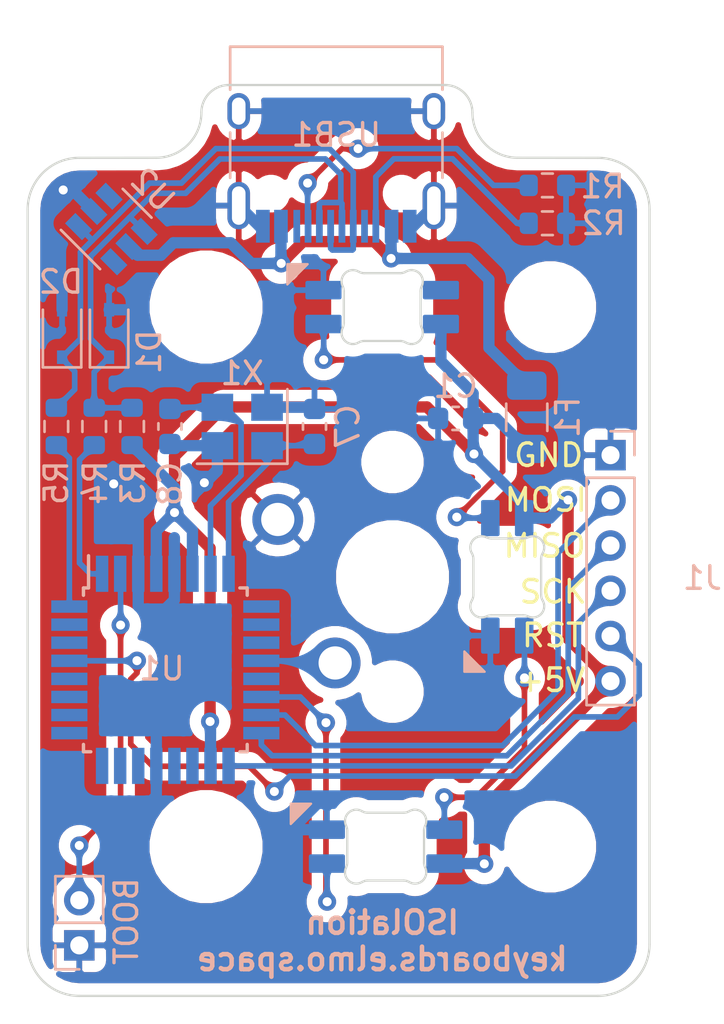
<source format=kicad_pcb>
(kicad_pcb (version 20171130) (host pcbnew "(5.1.10)-1")
  (layers (0 F.Cu signal) (31 B.Cu signal) (34 B.Paste user) (35 F.Paste user) (36 B.SilkS user) (37 F.SilkS user) (38 B.Mask user) (39 F.Mask user) (44 Edge.Cuts user))
  (net 0 "")
  (net 1 GND)
  (net 2 +5V)
  (net 3 VCC)
  (net 4 LED)
  (net 5 "Net-(R1-Pad2)")
  (net 6 "Net-(R2-Pad2)")
  (net 7 D+)
  (net 8 D-)
  (net 9 "Net-(U1-Pad26)")
  (net 10 "Net-(U1-Pad25)")
  (net 11 "Net-(U1-Pad23)")
  (net 12 "Net-(U1-Pad22)")
  (net 13 "Net-(U1-Pad20)")
  (net 14 "Net-(U1-Pad19)")
  (net 15 "Net-(USB1-PadB8)")
  (net 16 "Net-(USB1-PadA8)")
  (net 17 BOOT)
  (net 18 "Net-(C7-Pad1)")
  (net 19 "Net-(C8-Pad1)")
  (net 20 "Net-(D1-Pad1)")
  (net 21 "Net-(D2-Pad1)")
  (net 22 RESET)
  (net 23 SCK)
  (net 24 MISO)
  (net 25 MOSI)
  (net 26 "Net-(U1-Pad31)")
  (net 27 "Net-(U1-Pad30)")
  (net 28 "Net-(U1-Pad28)")
  (net 29 "Net-(U1-Pad27)")
  (net 30 "Net-(U1-Pad24)")
  (net 31 "Net-(U1-Pad9)")
  (net 32 SW)
  (net 33 "Net-(U1-Pad11)")
  (net 34 "Net-(LED1-Pad1)")
  (net 35 "Net-(U1-Pad13)")
  (net 36 "Net-(U2-Pad6)")
  (net 37 "Net-(U2-Pad3)")
  (net 38 "Net-(LED2-Pad1)")
  (net 39 "Net-(LED3-Pad1)")
  (net 40 "Net-(U1-Pad10)")
  (module Capacitor_SMD:C_0603_1608Metric (layer B.Cu) (at 160.2232 77.0128 180)
    (fp_text reference C1 (at 0 1.43) (layer B.SilkS) (effects (justify mirror)))
    (fp_text value 10uF)
    (pad 2 smd roundrect (at 0.775 0 180) (size 0.9 0.95) (layers B.Cu B.Paste B.Mask) (net 1 GND))
    (pad 1 smd roundrect (at -0.775 0 180) (size 0.9 0.95) (layers B.Cu B.Paste B.Mask) (net 2 +5V))
  )
  (module Resistor_SMD:R_0603_1608Metric (layer B.Cu) (at 142.5448 77.3684 90)
    (fp_text reference R5 (at -2.4892 0 90) (layer B.SilkS) (effects (justify mirror)))
    (fp_text value 68R)
    (pad 2 smd roundrect (at 0.825 0 90) (size 0.8 0.95) (layers B.Cu B.Paste B.Mask) (net 21 "Net-(D2-Pad1)"))
    (pad 1 smd roundrect (at -0.825 0 90) (size 0.8 0.95) (layers B.Cu B.Paste B.Mask) (net 7 D+))
  )
  (module Resistor_SMD:R_0603_1608Metric (layer B.Cu) (at 144.2212 77.3684 90)
    (fp_text reference R4 (at -2.4892 0.0508 90) (layer B.SilkS) (effects (justify mirror)))
    (fp_text value 68R)
    (pad 2 smd roundrect (at 0.825 0 90) (size 0.8 0.95) (layers B.Cu B.Paste B.Mask) (net 20 "Net-(D1-Pad1)"))
    (pad 1 smd roundrect (at -0.825 0 90) (size 0.8 0.95) (layers B.Cu B.Paste B.Mask) (net 8 D-))
  )
  (module Resistor_SMD:R_0603_1608Metric (layer B.Cu) (at 145.8976 77.3684 270)
    (fp_text reference R3 (at 2.4892 -0.0508 90) (layer B.SilkS) (effects (justify mirror)))
    (fp_text value 1.5K)
    (pad 2 smd roundrect (at 0.825 0 270) (size 0.8 0.95) (layers B.Cu B.Paste B.Mask) (net 2 +5V))
    (pad 1 smd roundrect (at -0.825 0 270) (size 0.8 0.95) (layers B.Cu B.Paste B.Mask) (net 20 "Net-(D1-Pad1)"))
  )
  (module Resistor_SMD:R_0603_1608Metric (layer B.Cu) (at 164.2872 68.3768 180)
    (fp_text reference R2 (at -2.4892 0) (layer B.SilkS) (effects (justify mirror)))
    (fp_text value 5.1k)
    (pad 2 smd roundrect (at 0.825 0 180) (size 0.8 0.95) (layers B.Cu B.Paste B.Mask) (net 6 "Net-(R2-Pad2)"))
    (pad 1 smd roundrect (at -0.825 0 180) (size 0.8 0.95) (layers B.Cu B.Paste B.Mask) (net 1 GND))
  )
  (module Resistor_SMD:R_0603_1608Metric (layer B.Cu) (at 164.2872 66.7004 180)
    (fp_text reference R1 (at -2.4384 -0.0508) (layer B.SilkS) (effects (justify mirror)))
    (fp_text value 5.1k)
    (pad 2 smd roundrect (at 0.825 0 180) (size 0.8 0.95) (layers B.Cu B.Paste B.Mask) (net 5 "Net-(R1-Pad2)"))
    (pad 1 smd roundrect (at -0.825 0 180) (size 0.8 0.95) (layers B.Cu B.Paste B.Mask) (net 1 GND))
  )
  (module Diode_SMD:D_SOD-323 (layer B.Cu) (at 142.7988 73.2536 90)
    (fp_text reference D2 (at 2.286 -0.0508 180) (layer B.SilkS) (effects (justify mirror)))
    (fp_text value D_Zener_Small)
    (pad 2 smd rect (at 1.05 0 90) (size 0.6 0.45) (layers B.Cu B.Paste B.Mask) (net 1 GND))
    (pad 1 smd rect (at -1.05 0 90) (size 0.6 0.45) (layers B.Cu B.Paste B.Mask) (net 21 "Net-(D2-Pad1)"))
  )
  (module Diode_SMD:D_SOD-323 (layer B.Cu) (at 144.8816 73.2536 90)
    (fp_text reference D1 (at -0.8128 1.778 90) (layer B.SilkS) (effects (justify mirror)))
    (fp_text value D_Zener_Small)
    (pad 2 smd rect (at 1.05 0 90) (size 0.6 0.45) (layers B.Cu B.Paste B.Mask) (net 1 GND))
    (pad 1 smd rect (at -1.05 0 90) (size 0.6 0.45) (layers B.Cu B.Paste B.Mask) (net 20 "Net-(D1-Pad1)"))
  )
  (module Capacitor_SMD:C_0603_1608Metric (layer B.Cu) (at 147.574 77.3684 270)
    (fp_text reference C8 (at 2.54 0 90) (layer B.SilkS) (effects (justify mirror)))
    (fp_text value 22pF)
    (pad 2 smd roundrect (at 0.775 0 270) (size 0.9 0.95) (layers B.Cu B.Paste B.Mask) (net 1 GND))
    (pad 1 smd roundrect (at -0.775 0 270) (size 0.9 0.95) (layers B.Cu B.Paste B.Mask) (net 19 "Net-(C8-Pad1)"))
  )
  (module Capacitor_SMD:C_0603_1608Metric (layer B.Cu) (at 153.9748 77.3684 90)
    (fp_text reference C7 (at 0 1.4732 90) (layer B.SilkS) (effects (justify mirror)))
    (fp_text value 22pF)
    (pad 2 smd roundrect (at 0.775 0 90) (size 0.9 0.95) (layers B.Cu B.Paste B.Mask) (net 1 GND))
    (pad 1 smd roundrect (at -0.775 0 90) (size 0.9 0.95) (layers B.Cu B.Paste B.Mask) (net 18 "Net-(C7-Pad1)"))
  )
  (module custom_parts:MXOnly-ISO-ROTATEDCCW-ReversedStabilizers-NoLED (layer F.Cu) (at 157.4292 84.0232)
    (fp_text reference MX1)
    (fp_text value MX-NoLED)
    (pad "" np_thru_hole circle (at -8.255 -11.938) (size 3.9878 3.9878) (drill 3.9878) (layers *.Cu *.Mask))
    (pad "" np_thru_hole circle (at -8.255 11.938) (size 3.9878 3.9878) (drill 3.9878) (layers *.Cu *.Mask))
    (pad "" np_thru_hole circle (at 6.985 -11.938) (size 3.048 3.048) (drill 3.048) (layers *.Cu *.Mask))
    (pad "" np_thru_hole circle (at 6.985 11.938) (size 3.048 3.048) (drill 3.048) (layers *.Cu *.Mask))
    (pad "" np_thru_hole circle (at 0 -5.08 228.0996) (size 1.75 1.75) (drill 1.75) (layers *.Cu *.Mask))
    (pad "" np_thru_hole circle (at 0 5.08 228.0996) (size 1.75 1.75) (drill 1.75) (layers *.Cu *.Mask))
    (pad 1 thru_hole circle (at -2.54 3.81 180) (size 2.25 2.25) (drill 1.47) (layers *.Cu B.Mask) (net 32 SW))
    (pad "" np_thru_hole circle (at 0 0 180) (size 3.9878 3.9878) (drill 3.9878) (layers *.Cu *.Mask))
    (pad 2 thru_hole circle (at -5.08 -2.54 180) (size 2.25 2.25) (drill 1.47) (layers *.Cu B.Mask) (net 1 GND))
  )
  (module custom_parts:SK6812MINIE-simple (layer F.Cu) (at 156.972 72.0852 90)
    (fp_text reference LED3 hide)
    (fp_text value SK6812MINI)
    (fp_arc (start 2 0.794452) (end 1.5 0.794452) (angle -30.29922186) (layer Edge.Cuts) (width 0.1))
    (fp_arc (start 2 -0.794452) (end 1.568299 -1.046711) (angle -30.29933749) (layer Edge.Cuts) (width 0.1))
    (fp_arc (start 1.136598 -1.298969) (end 1.568299 -1.046711) (angle -146.0055121) (layer Edge.Cuts) (width 0.1))
    (fp_arc (start 0.702842 -2.199999) (end 0.702842 -1.699999) (angle -25.70606862) (layer Edge.Cuts) (width 0.1))
    (fp_arc (start -0.702842 -2.199999) (end -0.91972 -1.749484) (angle -25.70605728) (layer Edge.Cuts) (width 0.1))
    (fp_arc (start -1.136597 -1.298969) (end -0.91972 -1.749484) (angle -146.0053097) (layer Edge.Cuts) (width 0.1))
    (fp_arc (start -1.999999 -0.794453) (end -1.499999 -0.794453) (angle -30.29923855) (layer Edge.Cuts) (width 0.1))
    (fp_arc (start -1.999999 0.794452) (end -1.568299 1.046711) (angle -30.29928071) (layer Edge.Cuts) (width 0.1))
    (fp_arc (start -1.136598 1.298969) (end -1.568299 1.046711) (angle -146.0054017) (layer Edge.Cuts) (width 0.1))
    (fp_arc (start -0.702842 2.199999) (end -0.702842 1.699999) (angle -25.70617187) (layer Edge.Cuts) (width 0.1))
    (fp_arc (start 0.702842 2.199999) (end 0.91972 1.749484) (angle -25.70605731) (layer Edge.Cuts) (width 0.1))
    (fp_arc (start 1.136597 1.298969) (end 0.91972 1.749484) (angle -146.0053744) (layer Edge.Cuts) (width 0.1))
    (fp_line (start 1.5 -0.794452) (end 1.5 0.794452) (layer Edge.Cuts) (width 0.1))
    (fp_line (start -0.702843 -1.699999) (end 0.702842 -1.699999) (layer Edge.Cuts) (width 0.1))
    (fp_line (start -1.5 0.794453) (end -1.499999 -0.794453) (layer Edge.Cuts) (width 0.1))
    (fp_line (start 0.702843 1.699999) (end -0.702842 1.699999) (layer Edge.Cuts) (width 0.1))
    (pad 2 smd roundrect (at 0.75 -2.6 90) (size 0.82 1.6) (layers B.Cu B.Paste B.Mask) (roundrect_rratio 0.1) (net 1 GND))
    (pad 3 smd roundrect (at -0.75 -2.6 90) (size 0.82 1.6) (layers B.Cu B.Paste B.Mask) (roundrect_rratio 0.1) (net 38 "Net-(LED2-Pad1)"))
    (pad 1 smd roundrect (at 0.75 2.6 90) (size 0.82 1.6) (layers B.Cu B.Paste B.Mask) (roundrect_rratio 0.1) (net 39 "Net-(LED3-Pad1)"))
    (pad 4 smd roundrect (at -0.75 2.6 90) (size 0.82 1.6) (layers B.Cu B.Paste B.Mask) (roundrect_rratio 0.1) (net 2 +5V))
  )
  (module custom_parts:SK6812MINIE-simple (layer F.Cu) (at 162.5092 84.0232 180)
    (fp_text reference LED2 hide)
    (fp_text value SK6812MINI)
    (fp_arc (start 2 0.794452) (end 1.5 0.794452) (angle -30.29922186) (layer Edge.Cuts) (width 0.1))
    (fp_arc (start 2 -0.794452) (end 1.568299 -1.046711) (angle -30.29933749) (layer Edge.Cuts) (width 0.1))
    (fp_arc (start 1.136598 -1.298969) (end 1.568299 -1.046711) (angle -146.0055121) (layer Edge.Cuts) (width 0.1))
    (fp_arc (start 0.702842 -2.199999) (end 0.702842 -1.699999) (angle -25.70606862) (layer Edge.Cuts) (width 0.1))
    (fp_arc (start -0.702842 -2.199999) (end -0.91972 -1.749484) (angle -25.70605728) (layer Edge.Cuts) (width 0.1))
    (fp_arc (start -1.136597 -1.298969) (end -0.91972 -1.749484) (angle -146.0053097) (layer Edge.Cuts) (width 0.1))
    (fp_arc (start -1.999999 -0.794453) (end -1.499999 -0.794453) (angle -30.29923855) (layer Edge.Cuts) (width 0.1))
    (fp_arc (start -1.999999 0.794452) (end -1.568299 1.046711) (angle -30.29928071) (layer Edge.Cuts) (width 0.1))
    (fp_arc (start -1.136598 1.298969) (end -1.568299 1.046711) (angle -146.0054017) (layer Edge.Cuts) (width 0.1))
    (fp_arc (start -0.702842 2.199999) (end -0.702842 1.699999) (angle -25.70617187) (layer Edge.Cuts) (width 0.1))
    (fp_arc (start 0.702842 2.199999) (end 0.91972 1.749484) (angle -25.70605731) (layer Edge.Cuts) (width 0.1))
    (fp_arc (start 1.136597 1.298969) (end 0.91972 1.749484) (angle -146.0053744) (layer Edge.Cuts) (width 0.1))
    (fp_line (start 1.5 -0.794452) (end 1.5 0.794452) (layer Edge.Cuts) (width 0.1))
    (fp_line (start -0.702843 -1.699999) (end 0.702842 -1.699999) (layer Edge.Cuts) (width 0.1))
    (fp_line (start -1.5 0.794453) (end -1.499999 -0.794453) (layer Edge.Cuts) (width 0.1))
    (fp_line (start 0.702843 1.699999) (end -0.702842 1.699999) (layer Edge.Cuts) (width 0.1))
    (pad 2 smd roundrect (at 0.75 -2.6 180) (size 0.82 1.6) (layers B.Cu B.Paste B.Mask) (roundrect_rratio 0.1) (net 1 GND))
    (pad 3 smd roundrect (at -0.75 -2.6 180) (size 0.82 1.6) (layers B.Cu B.Paste B.Mask) (roundrect_rratio 0.1) (net 34 "Net-(LED1-Pad1)"))
    (pad 1 smd roundrect (at 0.75 2.6 180) (size 0.82 1.6) (layers B.Cu B.Paste B.Mask) (roundrect_rratio 0.1) (net 38 "Net-(LED2-Pad1)"))
    (pad 4 smd roundrect (at -0.75 2.6 180) (size 0.82 1.6) (layers B.Cu B.Paste B.Mask) (roundrect_rratio 0.1) (net 2 +5V))
  )
  (module Fuse:Fuse_1206_3216Metric (layer B.Cu) (at 163.3728 76.962 90)
    (fp_text reference F1 (at 0 1.82 90) (layer B.SilkS) (effects (justify mirror)))
    (fp_text value Polyfuse_Small)
    (pad 2 smd roundrect (at 1.4 0 90) (size 1.25 1.75) (layers B.Cu B.Paste B.Mask) (roundrect_rratio 0.2) (net 3 VCC))
    (pad 1 smd roundrect (at -1.4 0 90) (size 1.25 1.75) (layers B.Cu B.Paste B.Mask) (roundrect_rratio 0.2) (net 2 +5V))
  )
  (module custom_parts:SK6812MINIE-simple (layer F.Cu) (at 157.1244 95.9612 90)
    (fp_text reference LED1 hide)
    (fp_text value SK6812MINI)
    (fp_arc (start 2 0.794452) (end 1.5 0.794452) (angle -30.29922186) (layer Edge.Cuts) (width 0.1))
    (fp_arc (start 2 -0.794452) (end 1.568299 -1.046711) (angle -30.29933749) (layer Edge.Cuts) (width 0.1))
    (fp_arc (start 1.136598 -1.298969) (end 1.568299 -1.046711) (angle -146.0055121) (layer Edge.Cuts) (width 0.1))
    (fp_arc (start 0.702842 -2.199999) (end 0.702842 -1.699999) (angle -25.70606862) (layer Edge.Cuts) (width 0.1))
    (fp_arc (start -0.702842 -2.199999) (end -0.91972 -1.749484) (angle -25.70605728) (layer Edge.Cuts) (width 0.1))
    (fp_arc (start -1.136597 -1.298969) (end -0.91972 -1.749484) (angle -146.0053097) (layer Edge.Cuts) (width 0.1))
    (fp_arc (start -1.999999 -0.794453) (end -1.499999 -0.794453) (angle -30.29923855) (layer Edge.Cuts) (width 0.1))
    (fp_arc (start -1.999999 0.794452) (end -1.568299 1.046711) (angle -30.29928071) (layer Edge.Cuts) (width 0.1))
    (fp_arc (start -1.136598 1.298969) (end -1.568299 1.046711) (angle -146.0054017) (layer Edge.Cuts) (width 0.1))
    (fp_arc (start -0.702842 2.199999) (end -0.702842 1.699999) (angle -25.70617187) (layer Edge.Cuts) (width 0.1))
    (fp_arc (start 0.702842 2.199999) (end 0.91972 1.749484) (angle -25.70605731) (layer Edge.Cuts) (width 0.1))
    (fp_arc (start 1.136597 1.298969) (end 0.91972 1.749484) (angle -146.0053744) (layer Edge.Cuts) (width 0.1))
    (fp_line (start 1.5 -0.794452) (end 1.5 0.794452) (layer Edge.Cuts) (width 0.1))
    (fp_line (start -0.702843 -1.699999) (end 0.702842 -1.699999) (layer Edge.Cuts) (width 0.1))
    (fp_line (start -1.5 0.794453) (end -1.499999 -0.794453) (layer Edge.Cuts) (width 0.1))
    (fp_line (start 0.702843 1.699999) (end -0.702842 1.699999) (layer Edge.Cuts) (width 0.1))
    (pad 2 smd roundrect (at 0.75 -2.6 90) (size 0.82 1.6) (layers B.Cu B.Paste B.Mask) (roundrect_rratio 0.1) (net 1 GND))
    (pad 3 smd roundrect (at -0.75 -2.6 90) (size 0.82 1.6) (layers B.Cu B.Paste B.Mask) (roundrect_rratio 0.1) (net 4 LED))
    (pad 1 smd roundrect (at 0.75 2.6 90) (size 0.82 1.6) (layers B.Cu B.Paste B.Mask) (roundrect_rratio 0.1) (net 34 "Net-(LED1-Pad1)"))
    (pad 4 smd roundrect (at -0.75 2.6 90) (size 0.82 1.6) (layers B.Cu B.Paste B.Mask) (roundrect_rratio 0.1) (net 2 +5V))
  )
  (module Connector_PinHeader_2.00mm:PinHeader_1x06_P2.00mm_Vertical (layer B.Cu) (at 167.0812 78.6384 180)
    (fp_text reference J1 (at -4.064 -5.4356) (layer B.SilkS) (effects (justify mirror)))
    (fp_text value Conn_01x06)
    (pad 6 thru_hole oval (at 0 -10 180) (size 1.35 1.35) (drill 0.8) (layers *.Cu *.Mask) (net 2 +5V))
    (pad 5 thru_hole oval (at 0 -8 180) (size 1.35 1.35) (drill 0.8) (layers *.Cu *.Mask) (net 22 RESET))
    (pad 4 thru_hole oval (at 0 -6 180) (size 1.35 1.35) (drill 0.8) (layers *.Cu *.Mask) (net 23 SCK))
    (pad 3 thru_hole oval (at 0 -4 180) (size 1.35 1.35) (drill 0.8) (layers *.Cu *.Mask) (net 24 MISO))
    (pad 2 thru_hole oval (at 0 -2 180) (size 1.35 1.35) (drill 0.8) (layers *.Cu *.Mask) (net 25 MOSI))
    (pad 1 thru_hole rect (at 0 0 180) (size 1.35 1.35) (drill 0.8) (layers *.Cu *.Mask) (net 1 GND))
  )
  (module Connector_USB:USB_C_Receptacle_HRO_TYPE-C-31-M-12 (layer B.Cu) (at 154.94 64.4652)
    (fp_text reference USB1 (at 0 0) (layer B.SilkS) (effects (justify mirror)))
    (fp_text value USB_C_Receptacle_USB2.0)
    (pad B1 smd rect (at 3.25 4.045) (size 0.6 1.45) (layers B.Cu B.Paste B.Mask) (net 1 GND))
    (pad A9 smd rect (at 2.45 4.045) (size 0.6 1.45) (layers B.Cu B.Paste B.Mask) (net 3 VCC))
    (pad B9 smd rect (at -2.45 4.045) (size 0.6 1.45) (layers B.Cu B.Paste B.Mask) (net 3 VCC))
    (pad B12 smd rect (at -3.25 4.045) (size 0.6 1.45) (layers B.Cu B.Paste B.Mask) (net 1 GND))
    (pad A1 smd rect (at -3.25 4.045) (size 0.6 1.45) (layers B.Cu B.Paste B.Mask) (net 1 GND))
    (pad A4 smd rect (at -2.45 4.045) (size 0.6 1.45) (layers B.Cu B.Paste B.Mask) (net 3 VCC))
    (pad B4 smd rect (at 2.45 4.045) (size 0.6 1.45) (layers B.Cu B.Paste B.Mask) (net 3 VCC))
    (pad A12 smd rect (at 3.25 4.045) (size 0.6 1.45) (layers B.Cu B.Paste B.Mask) (net 1 GND))
    (pad B8 smd rect (at -1.75 4.045) (size 0.3 1.45) (layers B.Cu B.Paste B.Mask) (net 15 "Net-(USB1-PadB8)"))
    (pad A5 smd rect (at -1.25 4.045) (size 0.3 1.45) (layers B.Cu B.Paste B.Mask) (net 5 "Net-(R1-Pad2)"))
    (pad B7 smd rect (at -0.75 4.045) (size 0.3 1.45) (layers B.Cu B.Paste B.Mask) (net 20 "Net-(D1-Pad1)"))
    (pad A7 smd rect (at 0.25 4.045) (size 0.3 1.45) (layers B.Cu B.Paste B.Mask) (net 20 "Net-(D1-Pad1)"))
    (pad B6 smd rect (at 0.75 4.045) (size 0.3 1.45) (layers B.Cu B.Paste B.Mask) (net 21 "Net-(D2-Pad1)"))
    (pad A8 smd rect (at 1.25 4.045) (size 0.3 1.45) (layers B.Cu B.Paste B.Mask) (net 16 "Net-(USB1-PadA8)"))
    (pad B5 smd rect (at 1.75 4.045) (size 0.3 1.45) (layers B.Cu B.Paste B.Mask) (net 6 "Net-(R2-Pad2)"))
    (pad A6 smd rect (at -0.25 4.045) (size 0.3 1.45) (layers B.Cu B.Paste B.Mask) (net 21 "Net-(D2-Pad1)"))
    (pad S1 thru_hole oval (at 4.32 3.13) (size 1 2.1) (drill oval 0.6 1.7) (layers *.Cu *.Mask) (net 1 GND))
    (pad S1 thru_hole oval (at -4.32 3.13) (size 1 2.1) (drill oval 0.6 1.7) (layers *.Cu *.Mask) (net 1 GND))
    (pad "" np_thru_hole circle (at -2.89 2.6) (size 0.65 0.65) (drill 0.65) (layers *.Cu *.Mask))
    (pad S1 thru_hole oval (at -4.32 -1.05) (size 1 1.6) (drill oval 0.6 1.2) (layers *.Cu *.Mask) (net 1 GND))
    (pad "" np_thru_hole circle (at 2.89 2.6) (size 0.65 0.65) (drill 0.65) (layers *.Cu *.Mask))
    (pad S1 thru_hole oval (at 4.32 -1.05) (size 1 1.6) (drill oval 0.6 1.2) (layers *.Cu *.Mask) (net 1 GND))
  )
  (module Package_QFP:TQFP-32_7x7mm_P0.8mm (layer B.Cu) (at 147.3708 88.138 270)
    (fp_text reference U1 (at -0.0508 0.1524) (layer B.SilkS) (effects (justify mirror)))
    (fp_text value ATmega328P-AU)
    (pad 32 smd rect (at -2.8 4.25 180) (size 1.6 0.55) (layers B.Cu B.Paste B.Mask) (net 7 D+))
    (pad 31 smd rect (at -2 4.25 180) (size 1.6 0.55) (layers B.Cu B.Paste B.Mask) (net 26 "Net-(U1-Pad31)"))
    (pad 30 smd rect (at -1.2 4.25 180) (size 1.6 0.55) (layers B.Cu B.Paste B.Mask) (net 27 "Net-(U1-Pad30)"))
    (pad 29 smd rect (at -0.4 4.25 180) (size 1.6 0.55) (layers B.Cu B.Paste B.Mask) (net 22 RESET))
    (pad 28 smd rect (at 0.4 4.25 180) (size 1.6 0.55) (layers B.Cu B.Paste B.Mask) (net 28 "Net-(U1-Pad28)"))
    (pad 27 smd rect (at 1.2 4.25 180) (size 1.6 0.55) (layers B.Cu B.Paste B.Mask) (net 29 "Net-(U1-Pad27)"))
    (pad 26 smd rect (at 2 4.25 180) (size 1.6 0.55) (layers B.Cu B.Paste B.Mask) (net 9 "Net-(U1-Pad26)"))
    (pad 25 smd rect (at 2.8 4.25 180) (size 1.6 0.55) (layers B.Cu B.Paste B.Mask) (net 10 "Net-(U1-Pad25)"))
    (pad 24 smd rect (at 4.25 2.8 270) (size 1.6 0.55) (layers B.Cu B.Paste B.Mask) (net 30 "Net-(U1-Pad24)"))
    (pad 23 smd rect (at 4.25 2 270) (size 1.6 0.55) (layers B.Cu B.Paste B.Mask) (net 11 "Net-(U1-Pad23)"))
    (pad 22 smd rect (at 4.25 1.2 270) (size 1.6 0.55) (layers B.Cu B.Paste B.Mask) (net 12 "Net-(U1-Pad22)"))
    (pad 21 smd rect (at 4.25 0.4 270) (size 1.6 0.55) (layers B.Cu B.Paste B.Mask) (net 1 GND))
    (pad 20 smd rect (at 4.25 -0.4 270) (size 1.6 0.55) (layers B.Cu B.Paste B.Mask) (net 13 "Net-(U1-Pad20)"))
    (pad 19 smd rect (at 4.25 -1.2 270) (size 1.6 0.55) (layers B.Cu B.Paste B.Mask) (net 14 "Net-(U1-Pad19)"))
    (pad 18 smd rect (at 4.25 -2 270) (size 1.6 0.55) (layers B.Cu B.Paste B.Mask) (net 2 +5V))
    (pad 17 smd rect (at 4.25 -2.8 270) (size 1.6 0.55) (layers B.Cu B.Paste B.Mask) (net 23 SCK))
    (pad 16 smd rect (at 2.8 -4.25 180) (size 1.6 0.55) (layers B.Cu B.Paste B.Mask) (net 24 MISO))
    (pad 15 smd rect (at 2 -4.25 180) (size 1.6 0.55) (layers B.Cu B.Paste B.Mask) (net 25 MOSI))
    (pad 14 smd rect (at 1.2 -4.25 180) (size 1.6 0.55) (layers B.Cu B.Paste B.Mask) (net 4 LED))
    (pad 13 smd rect (at 0.4 -4.25 180) (size 1.6 0.55) (layers B.Cu B.Paste B.Mask) (net 35 "Net-(U1-Pad13)"))
    (pad 12 smd rect (at -0.4 -4.25 180) (size 1.6 0.55) (layers B.Cu B.Paste B.Mask) (net 32 SW))
    (pad 11 smd rect (at -1.2 -4.25 180) (size 1.6 0.55) (layers B.Cu B.Paste B.Mask) (net 33 "Net-(U1-Pad11)"))
    (pad 10 smd rect (at -2 -4.25 180) (size 1.6 0.55) (layers B.Cu B.Paste B.Mask) (net 40 "Net-(U1-Pad10)"))
    (pad 9 smd rect (at -2.8 -4.25 180) (size 1.6 0.55) (layers B.Cu B.Paste B.Mask) (net 31 "Net-(U1-Pad9)"))
    (pad 8 smd rect (at -4.25 -2.8 270) (size 1.6 0.55) (layers B.Cu B.Paste B.Mask) (net 18 "Net-(C7-Pad1)"))
    (pad 7 smd rect (at -4.25 -2 270) (size 1.6 0.55) (layers B.Cu B.Paste B.Mask) (net 19 "Net-(C8-Pad1)"))
    (pad 6 smd rect (at -4.25 -1.2 270) (size 1.6 0.55) (layers B.Cu B.Paste B.Mask) (net 2 +5V))
    (pad 5 smd rect (at -4.25 -0.4 270) (size 1.6 0.55) (layers B.Cu B.Paste B.Mask) (net 1 GND))
    (pad 4 smd rect (at -4.25 0.4 270) (size 1.6 0.55) (layers B.Cu B.Paste B.Mask) (net 2 +5V))
    (pad 3 smd rect (at -4.25 1.2 270) (size 1.6 0.55) (layers B.Cu B.Paste B.Mask) (net 1 GND))
    (pad 2 smd rect (at -4.25 2 270) (size 1.6 0.55) (layers B.Cu B.Paste B.Mask) (net 17 BOOT))
    (pad 1 smd rect (at -4.25 2.8 270) (size 1.6 0.55) (layers B.Cu B.Paste B.Mask) (net 8 D-))
  )
  (module Connector_PinHeader_2.00mm:PinHeader_1x02_P2.00mm_Vertical (layer B.Cu) (at 143.5608 100.33)
    (fp_text reference BOOT (at 2.0828 -1.0668 -90) (layer B.SilkS) (effects (justify mirror)))
    (fp_text value SW_Push)
    (pad 2 thru_hole oval (at 0 -2) (size 1.35 1.35) (drill 0.8) (layers *.Cu *.Mask) (net 17 BOOT))
    (pad 1 thru_hole rect (at 0 0) (size 1.35 1.35) (drill 0.8) (layers *.Cu *.Mask) (net 1 GND))
  )
  (module Crystal:Crystal_SMD_3225-4Pin_3.2x2.5mm (layer B.Cu) (at 150.7744 77.3684 180)
    (fp_text reference X1 (at 0 2.351679) (layer B.SilkS) (effects (justify mirror)))
    (fp_text value Crystal_GND24_Small)
    (pad 4 smd rect (at -1.1 0.85 180) (size 1.4 1.2) (layers B.Cu B.Paste B.Mask) (net 1 GND))
    (pad 3 smd rect (at 1.1 0.85 180) (size 1.4 1.2) (layers B.Cu B.Paste B.Mask) (net 19 "Net-(C8-Pad1)"))
    (pad 2 smd rect (at 1.1 -0.85 180) (size 1.4 1.2) (layers B.Cu B.Paste B.Mask) (net 1 GND))
    (pad 1 smd rect (at -1.1 -0.85 180) (size 1.4 1.2) (layers B.Cu B.Paste B.Mask) (net 18 "Net-(C7-Pad1)"))
  )
  (module Package_TO_SOT_SMD:SOT-23-6 (layer B.Cu) (at 144.9832 68.6308 315)
    (fp_text reference U2 (at 0.071842 -2.514472 135) (layer B.SilkS) (effects (justify mirror)))
    (fp_text value SRV05-4)
    (pad 5 smd rect (at 1.1 0 315) (size 1.06 0.65) (layers B.Cu B.Paste B.Mask) (net 3 VCC))
    (pad 6 smd rect (at 1.1 0.95 315) (size 1.06 0.65) (layers B.Cu B.Paste B.Mask) (net 36 "Net-(U2-Pad6)"))
    (pad 4 smd rect (at 1.1 -0.95 315) (size 1.06 0.65) (layers B.Cu B.Paste B.Mask) (net 20 "Net-(D1-Pad1)"))
    (pad 3 smd rect (at -1.1 -0.95 315) (size 1.06 0.65) (layers B.Cu B.Paste B.Mask) (net 37 "Net-(U2-Pad3)"))
    (pad 2 smd rect (at -1.1 0 315) (size 1.06 0.65) (layers B.Cu B.Paste B.Mask) (net 1 GND))
    (pad 1 smd rect (at -1.1 0.95 315) (size 1.06 0.65) (layers B.Cu B.Paste B.Mask) (net 21 "Net-(D2-Pad1)"))
  )
  (gr_text "ISOlation\nkeyboards.elmo.space" (at 156.972 100.1268) (layer B.SilkS) (effects (font (size 1 1) (thickness 0.2)) (justify mirror)))
  (gr_text +5V (at 162.814 88.5952) (layer F.SilkS) (effects (font (size 1 1)) (justify left)))
  (gr_text RST (at 163.068 86.614) (layer F.SilkS) (effects (font (size 1 1)) (justify left)))
  (gr_text SCK (at 162.9664 84.6836) (layer F.SilkS) (effects (font (size 1 1)) (justify left)))
  (gr_text MISO (at 162.2552 82.6516) (layer F.SilkS) (effects (font (size 1 1)) (justify left)))
  (gr_text MOSI (at 162.306 80.6196) (layer F.SilkS) (effects (font (size 1 1)) (justify left)))
  (gr_text GND (at 165.9636 78.6384) (layer F.SilkS) (effects (font (size 1 1)) (justify right)))
  (gr_arc (start 159.747661 63.4784) (end 160.966862 63.4784) (angle -90) (layer Edge.Cuts) (width 0.1))
  (gr_arc (start 150.186063 63.4784) (end 150.186063 62.259199) (angle -90) (layer Edge.Cuts) (width 0.1))
  (gr_arc (start 143.5608 67.7672) (end 143.5608 65.4812) (angle -90) (layer Edge.Cuts) (width 0.1))
  (gr_arc (start 166.5224 67.7672) (end 168.8084 67.7672) (angle -90) (layer Edge.Cuts) (width 0.1))
  (gr_arc (start 166.5224 100.2792) (end 166.5224 102.5652) (angle -90) (layer Edge.Cuts) (width 0.1))
  (gr_arc (start 143.5608 100.2792) (end 141.2748 100.2792) (angle -90) (layer Edge.Cuts) (width 0.1))
  (gr_arc (start 146.966862 63.4784) (end 146.966862 65.4784) (angle -90) (layer Edge.Cuts) (width 0.1))
  (gr_line (start 166.5224 65.4812) (end 162.966862 65.4784) (layer Edge.Cuts) (width 0.1))
  (gr_arc (start 162.966862 63.4784) (end 160.966862 63.4784) (angle -90) (layer Edge.Cuts) (width 0.1))
  (gr_line (start 159.747661 62.259199) (end 150.186063 62.259199) (layer Edge.Cuts) (width 0.1))
  (gr_line (start 141.2748 67.7672) (end 141.2748 100.2792) (layer Edge.Cuts) (width 0.1))
  (gr_line (start 168.8084 100.2792) (end 168.8084 67.7672) (layer Edge.Cuts) (width 0.1))
  (gr_line (start 146.966862 65.4784) (end 143.5608 65.4812) (layer Edge.Cuts) (width 0.1))
  (gr_line (start 143.5608 102.5652) (end 166.5224 102.5652) (layer Edge.Cuts) (width 0.1))
  (segment (start 151.535 68.5102) (end 150.62 67.5952) (width 0.5) (layer B.Cu) (net 1))
  (segment (start 151.69 68.5102) (end 151.535 68.5102) (width 0.5) (layer B.Cu) (net 1))
  (segment (start 158.345 68.5102) (end 159.26 67.5952) (width 0.5) (layer B.Cu) (net 1))
  (segment (start 158.19 68.5102) (end 158.345 68.5102) (width 0.5) (layer B.Cu) (net 1))
  (segment (start 147.649 78.2184) (end 147.574 78.1434) (width 0.5) (layer B.Cu) (net 1))
  (segment (start 149.6744 78.2184) (end 147.649 78.2184) (width 0.5) (layer B.Cu) (net 1))
  (segment (start 153.8998 76.5184) (end 153.9748 76.5934) (width 0.5) (layer B.Cu) (net 1))
  (segment (start 151.8744 76.5184) (end 153.8998 76.5184) (width 0.5) (layer B.Cu) (net 1))
  (segment (start 146.1708 83.888) (end 146.1708 82.4292) (width 0.5) (layer B.Cu) (net 1))
  (segment (start 147.7708 83.888) (end 147.7708 82.2896) (width 0.5) (layer B.Cu) (net 1))
  (segment (start 146.9708 92.388) (end 146.9708 90.7352) (width 0.5) (layer B.Cu) (net 1))
  (segment (start 146.1708 83.888) (end 146.1708 81.5024) (width 0.5) (layer B.Cu) (net 1))
  (segment (start 147.7708 83.888) (end 147.7708 85.0456) (width 0.5) (layer B.Cu) (net 1))
  (segment (start 147.7708 85.0456) (end 147.066 85.7504) (width 0.5) (layer B.Cu) (net 1))
  (segment (start 146.1708 83.888) (end 146.1708 85.3124) (width 0.5) (layer B.Cu) (net 1))
  (segment (start 146.1708 85.3124) (end 146.4056 85.5472) (width 0.5) (layer B.Cu) (net 1))
  (via (at 142.8496 66.9036) (size 0.8) (drill 0.4) (layers F.Cu B.Cu) (net 1))
  (segment (start 143.256 66.9036) (end 142.8496 66.9036) (width 0.5) (layer B.Cu) (net 1))
  (segment (start 144.205383 67.852983) (end 143.256 66.9036) (width 0.5) (layer B.Cu) (net 1))
  (via (at 145.0848 79.9084) (size 0.8) (drill 0.4) (layers F.Cu B.Cu) (net 1))
  (segment (start 153.2128 95.1724) (end 153.2128 94.9452) (width 0.5) (layer B.Cu) (net 1))
  (segment (start 153.2128 94.9452) (end 154.2796 93.8784) (width 0.5) (layer B.Cu) (net 1))
  (segment (start 153.2128 98.9076) (end 152.8064 99.314) (width 0.5) (layer B.Cu) (net 1))
  (segment (start 153.2756 95.2112) (end 153.2128 95.1484) (width 0.5) (layer B.Cu) (net 1))
  (segment (start 154.5244 95.2112) (end 153.2756 95.2112) (width 0.5) (layer B.Cu) (net 1))
  (segment (start 153.2128 95.1484) (end 153.2128 98.9076) (width 0.5) (layer B.Cu) (net 1))
  (segment (start 153.2128 94.9452) (end 153.2128 95.1484) (width 0.5) (layer B.Cu) (net 1))
  (via (at 149.098 79.8576) (size 0.8) (drill 0.4) (layers F.Cu B.Cu) (net 1))
  (segment (start 149.6744 79.2812) (end 149.098 79.8576) (width 0.5) (layer B.Cu) (net 1))
  (segment (start 149.6744 78.2184) (end 149.6744 79.2812) (width 0.5) (layer B.Cu) (net 1))
  (segment (start 142.7988 72.2036) (end 142.7988 71.1708) (width 0.5) (layer B.Cu) (net 1))
  (segment (start 144.8816 72.2036) (end 145.7112 72.2036) (width 0.5) (layer B.Cu) (net 1))
  (segment (start 146.9708 92.388) (end 146.9708 93.7196) (width 0.5) (layer B.Cu) (net 1))
  (segment (start 146.9708 93.7196) (end 146.3548 94.3356) (width 0.5) (layer B.Cu) (net 1))
  (segment (start 146.9708 83.888) (end 146.9708 81.9848) (width 0.5) (layer B.Cu) (net 2))
  (segment (start 146.9708 81.9848) (end 147.7772 81.1784) (width 0.5) (layer B.Cu) (net 2))
  (segment (start 148.5708 81.972) (end 148.5708 83.888) (width 0.5) (layer B.Cu) (net 2))
  (segment (start 147.7772 81.1784) (end 148.5708 81.972) (width 0.5) (layer B.Cu) (net 2))
  (segment (start 147.7772 80.073) (end 145.8976 78.1934) (width 0.5) (layer B.Cu) (net 2))
  (segment (start 147.7772 81.1784) (end 147.7772 80.073) (width 0.5) (layer B.Cu) (net 2))
  (via (at 149.352 90.424) (size 0.8) (drill 0.4) (layers F.Cu B.Cu) (net 2))
  (segment (start 149.3708 90.4428) (end 149.352 90.424) (width 0.5) (layer B.Cu) (net 2))
  (segment (start 149.3708 92.388) (end 149.3708 90.4428) (width 0.5) (layer B.Cu) (net 2))
  (via (at 147.7772 81.1784) (size 0.8) (drill 0.4) (layers F.Cu B.Cu) (net 2))
  (via (at 161.4932 96.7232) (size 0.8) (drill 0.4) (layers F.Cu B.Cu) (net 2))
  (segment (start 161.4812 96.7112) (end 161.4932 96.7232) (width 0.5) (layer B.Cu) (net 2))
  (segment (start 159.7244 96.7112) (end 161.4812 96.7112) (width 0.5) (layer B.Cu) (net 2))
  (segment (start 161.4932 94.2264) (end 167.0812 88.6384) (width 0.5) (layer F.Cu) (net 2))
  (segment (start 161.4932 96.7232) (end 161.4932 94.2264) (width 0.5) (layer F.Cu) (net 2))
  (segment (start 147.7772 81.1784) (end 147.7772 78.6892) (width 0.5) (layer F.Cu) (net 2))
  (segment (start 147.7772 78.6892) (end 149.9616 76.5048) (width 0.5) (layer F.Cu) (net 2))
  (segment (start 149.9616 76.5048) (end 158.9532 76.5048) (width 0.5) (layer F.Cu) (net 2))
  (segment (start 149.352 82.7532) (end 147.7772 81.1784) (width 0.5) (layer F.Cu) (net 2))
  (segment (start 149.352 90.424) (end 149.352 82.7532) (width 0.5) (layer F.Cu) (net 2))
  (segment (start 160.9982 77.0128) (end 162.0236 77.0128) (width 0.5) (layer B.Cu) (net 2))
  (segment (start 162.0236 77.0128) (end 163.3728 78.362) (width 0.5) (layer B.Cu) (net 2))
  (segment (start 159.572 74.482) (end 160.9982 75.9082) (width 0.5) (layer B.Cu) (net 2))
  (segment (start 159.572 72.8352) (end 159.572 74.482) (width 0.5) (layer B.Cu) (net 2))
  (segment (start 160.9982 75.9082) (end 160.9982 77.0128) (width 0.5) (layer B.Cu) (net 2))
  (segment (start 160.9982 77.0128) (end 160.9982 78.5498) (width 0.5) (layer B.Cu) (net 2))
  (segment (start 160.9982 78.5498) (end 161.036 78.5876) (width 0.5) (layer B.Cu) (net 2))
  (via (at 161.036 78.5876) (size 0.8) (drill 0.4) (layers F.Cu B.Cu) (net 2))
  (segment (start 158.9532 76.5048) (end 161.036 78.5876) (width 0.5) (layer F.Cu) (net 2))
  (segment (start 163.2592 81.4232) (end 163.2592 80.8108) (width 0.5) (layer B.Cu) (net 2))
  (segment (start 163.2592 80.8108) (end 161.036 78.5876) (width 0.5) (layer B.Cu) (net 2))
  (segment (start 167.0812 88.6384) (end 165.2016 86.7588) (width 0.5) (layer F.Cu) (net 2))
  (via (at 165.2016 80.6196) (size 0.8) (drill 0.4) (layers F.Cu B.Cu) (net 2))
  (segment (start 165.2016 86.7588) (end 165.2016 80.6196) (width 0.5) (layer F.Cu) (net 2))
  (segment (start 164.398 81.4232) (end 165.2016 80.6196) (width 0.5) (layer B.Cu) (net 2))
  (segment (start 163.2592 81.4232) (end 164.398 81.4232) (width 0.5) (layer B.Cu) (net 2))
  (via (at 152.5016 70.1548) (size 0.8) (drill 0.4) (layers F.Cu B.Cu) (net 3))
  (segment (start 152.49 70.1432) (end 152.5016 70.1548) (width 0.5) (layer B.Cu) (net 3))
  (segment (start 152.49 68.5102) (end 152.49 70.1432) (width 0.5) (layer B.Cu) (net 3))
  (segment (start 152.5016 70.1548) (end 153.4668 69.1896) (width 0.5) (layer F.Cu) (net 3))
  (via (at 157.364977 69.9352) (size 0.8) (drill 0.4) (layers F.Cu B.Cu) (net 3))
  (segment (start 156.619377 69.1896) (end 157.364977 69.9352) (width 0.5) (layer F.Cu) (net 3))
  (segment (start 153.4668 69.1896) (end 156.619377 69.1896) (width 0.5) (layer F.Cu) (net 3))
  (segment (start 157.364977 68.535223) (end 157.39 68.5102) (width 0.5) (layer B.Cu) (net 3))
  (segment (start 157.364977 69.9352) (end 157.364977 68.535223) (width 0.5) (layer B.Cu) (net 3))
  (segment (start 157.364977 69.9352) (end 160.7656 69.9352) (width 0.5) (layer B.Cu) (net 3))
  (segment (start 160.7656 69.9352) (end 161.6964 70.866) (width 0.5) (layer B.Cu) (net 3))
  (segment (start 161.6964 73.8856) (end 163.3728 75.562) (width 0.5) (layer B.Cu) (net 3))
  (segment (start 161.6964 70.866) (end 161.6964 73.8856) (width 0.5) (layer B.Cu) (net 3))
  (segment (start 146.143852 69.791452) (end 147.175348 69.791452) (width 0.5) (layer B.Cu) (net 3))
  (segment (start 145.761017 69.408617) (end 146.143852 69.791452) (width 0.5) (layer B.Cu) (net 3))
  (segment (start 147.175348 69.791452) (end 147.7264 69.2404) (width 0.5) (layer B.Cu) (net 3))
  (segment (start 147.7264 69.2404) (end 150.2664 69.2404) (width 0.5) (layer B.Cu) (net 3))
  (segment (start 151.1808 70.1548) (end 152.5016 70.1548) (width 0.5) (layer B.Cu) (net 3))
  (segment (start 150.2664 69.2404) (end 151.1808 70.1548) (width 0.5) (layer B.Cu) (net 3))
  (via (at 154.4828 90.4748) (size 0.8) (drill 0.4) (layers F.Cu B.Cu) (net 4))
  (segment (start 153.346 89.338) (end 154.4828 90.4748) (width 0.25) (layer B.Cu) (net 4))
  (segment (start 151.6208 89.338) (end 153.346 89.338) (width 0.25) (layer B.Cu) (net 4))
  (via (at 154.5336 98.3996) (size 0.8) (drill 0.4) (layers F.Cu B.Cu) (net 4))
  (segment (start 154.4828 98.3488) (end 154.5336 98.3996) (width 0.25) (layer F.Cu) (net 4))
  (segment (start 154.4828 90.4748) (end 154.4828 98.3488) (width 0.25) (layer F.Cu) (net 4))
  (segment (start 154.5336 96.7204) (end 154.5244 96.7112) (width 0.25) (layer B.Cu) (net 4))
  (segment (start 154.5336 98.3996) (end 154.5336 96.7204) (width 0.25) (layer B.Cu) (net 4))
  (via (at 155.9052 65.0748) (size 0.8) (drill 0.4) (layers F.Cu B.Cu) (net 5))
  (via (at 153.67 66.5988) (size 0.8) (drill 0.4) (layers F.Cu B.Cu) (net 5))
  (segment (start 155.194 65.0748) (end 153.67 66.5988) (width 0.25) (layer F.Cu) (net 5))
  (segment (start 155.9052 65.0748) (end 155.194 65.0748) (width 0.25) (layer F.Cu) (net 5))
  (segment (start 153.67 66.5988) (end 153.67 68.168601) (width 0.25) (layer B.Cu) (net 5))
  (segment (start 153.69 68.188601) (end 153.69 68.5102) (width 0.25) (layer B.Cu) (net 5))
  (segment (start 153.67 68.168601) (end 153.69 68.188601) (width 0.25) (layer B.Cu) (net 5))
  (segment (start 160.274 65.0748) (end 155.9052 65.0748) (width 0.25) (layer B.Cu) (net 5))
  (segment (start 161.8996 66.7004) (end 160.274 65.0748) (width 0.25) (layer B.Cu) (net 5))
  (segment (start 163.4622 66.7004) (end 161.8996 66.7004) (width 0.25) (layer B.Cu) (net 5))
  (segment (start 156.69 68.5102) (end 156.69 66.322) (width 0.25) (layer B.Cu) (net 6))
  (segment (start 156.69 66.322) (end 157.48719 65.52481) (width 0.25) (layer B.Cu) (net 6))
  (segment (start 157.48719 65.52481) (end 160.0876 65.52481) (width 0.25) (layer B.Cu) (net 6))
  (segment (start 163.4622 68.3768) (end 162.93959 68.3768) (width 0.25) (layer B.Cu) (net 6))
  (segment (start 162.93959 68.3768) (end 160.0876 65.52481) (width 0.25) (layer B.Cu) (net 6))
  (segment (start 143.1208 78.7694) (end 142.5448 78.1934) (width 0.25) (layer B.Cu) (net 7))
  (segment (start 143.1208 85.338) (end 143.1208 78.7694) (width 0.25) (layer B.Cu) (net 7))
  (segment (start 144.0458 83.888) (end 143.57081 83.41301) (width 0.25) (layer B.Cu) (net 8))
  (segment (start 144.5708 83.888) (end 144.0458 83.888) (width 0.25) (layer B.Cu) (net 8))
  (segment (start 143.57081 78.84379) (end 144.2212 78.1934) (width 0.25) (layer B.Cu) (net 8))
  (segment (start 143.57081 83.41301) (end 143.57081 78.84379) (width 0.25) (layer B.Cu) (net 8))
  (via (at 143.5608 95.9104) (size 0.8) (drill 0.4) (layers F.Cu B.Cu) (net 17))
  (segment (start 143.5608 98.33) (end 143.5608 95.9104) (width 0.25) (layer B.Cu) (net 17))
  (segment (start 143.5608 95.9104) (end 145.3896 94.0816) (width 0.25) (layer F.Cu) (net 17))
  (via (at 145.3896 86.1568) (size 0.8) (drill 0.4) (layers F.Cu B.Cu) (net 17))
  (segment (start 145.3896 94.0816) (end 145.3896 86.1568) (width 0.25) (layer F.Cu) (net 17))
  (segment (start 145.3896 83.9068) (end 145.3708 83.888) (width 0.25) (layer B.Cu) (net 17))
  (segment (start 145.3896 86.1568) (end 145.3896 83.9068) (width 0.25) (layer B.Cu) (net 17))
  (segment (start 153.8998 78.2184) (end 153.9748 78.1434) (width 0.25) (layer B.Cu) (net 18))
  (segment (start 151.8744 78.2184) (end 153.8998 78.2184) (width 0.25) (layer B.Cu) (net 18))
  (segment (start 150.1708 83.888) (end 150.1708 80.7152) (width 0.25) (layer B.Cu) (net 18))
  (segment (start 151.8744 79.0116) (end 151.8744 78.2184) (width 0.25) (layer B.Cu) (net 18))
  (segment (start 150.1708 80.7152) (end 151.8744 79.0116) (width 0.25) (layer B.Cu) (net 18))
  (segment (start 147.649 76.5184) (end 147.574 76.5934) (width 0.25) (layer B.Cu) (net 19))
  (segment (start 149.6744 76.5184) (end 147.649 76.5184) (width 0.25) (layer B.Cu) (net 19))
  (segment (start 150.026 76.5184) (end 149.6744 76.5184) (width 0.25) (layer B.Cu) (net 19))
  (segment (start 150.7236 77.216) (end 150.026 76.5184) (width 0.25) (layer B.Cu) (net 19))
  (segment (start 150.7236 79.52599) (end 150.7236 77.216) (width 0.25) (layer B.Cu) (net 19))
  (segment (start 149.3708 80.87879) (end 150.7236 79.52599) (width 0.25) (layer B.Cu) (net 19))
  (segment (start 149.3708 83.888) (end 149.3708 80.87879) (width 0.25) (layer B.Cu) (net 19))
  (segment (start 155.19 67.5092) (end 155.19 68.5102) (width 0.25) (layer B.Cu) (net 20))
  (segment (start 155.140999 67.460199) (end 155.19 67.5092) (width 0.25) (layer B.Cu) (net 20))
  (segment (start 154.265001 67.460199) (end 155.140999 67.460199) (width 0.25) (layer B.Cu) (net 20))
  (segment (start 154.19 67.5352) (end 154.265001 67.460199) (width 0.25) (layer B.Cu) (net 20))
  (segment (start 154.19 68.5102) (end 154.19 67.5352) (width 0.25) (layer B.Cu) (net 20))
  (segment (start 155.140999 66.217009) (end 155.140999 67.460199) (width 0.25) (layer B.Cu) (net 20))
  (segment (start 154.45599 65.532) (end 155.140999 66.217009) (width 0.25) (layer B.Cu) (net 20))
  (segment (start 149.78521 65.532) (end 154.45599 65.532) (width 0.25) (layer B.Cu) (net 20))
  (segment (start 148.2684 67.04881) (end 149.78521 65.532) (width 0.25) (layer B.Cu) (net 20))
  (segment (start 146.855134 67.04881) (end 148.2684 67.04881) (width 0.25) (layer B.Cu) (net 20))
  (segment (start 145.811275 68.115372) (end 145.788572 68.115372) (width 0.25) (layer B.Cu) (net 20))
  (segment (start 146.432769 68.736866) (end 145.811275 68.115372) (width 0.25) (layer B.Cu) (net 20))
  (segment (start 145.788572 68.115372) (end 146.855134 67.04881) (width 0.25) (layer B.Cu) (net 20))
  (segment (start 144.06161 73.48361) (end 144.8816 74.3036) (width 0.25) (layer B.Cu) (net 20))
  (segment (start 144.06161 69.842334) (end 144.06161 73.48361) (width 0.25) (layer B.Cu) (net 20))
  (segment (start 145.788572 68.115372) (end 144.06161 69.842334) (width 0.25) (layer B.Cu) (net 20))
  (segment (start 145.8976 76.5434) (end 144.2212 76.5434) (width 0.25) (layer B.Cu) (net 20))
  (segment (start 144.2212 74.964) (end 144.8816 74.3036) (width 0.25) (layer B.Cu) (net 20))
  (segment (start 144.2212 76.5434) (end 144.2212 74.964) (width 0.25) (layer B.Cu) (net 20))
  (segment (start 142.7988 74.3036) (end 143.6116 73.4908) (width 0.25) (layer B.Cu) (net 21))
  (segment (start 143.6116 73.4908) (end 143.6116 69.655934) (width 0.25) (layer B.Cu) (net 21))
  (segment (start 146.668734 66.5988) (end 148.082 66.5988) (width 0.25) (layer B.Cu) (net 21))
  (segment (start 148.082 66.5988) (end 149.606 65.0748) (width 0.25) (layer B.Cu) (net 21))
  (segment (start 149.606 65.0748) (end 154.6352 65.0748) (width 0.25) (layer B.Cu) (net 21))
  (segment (start 155.69 66.1296) (end 155.69 68.5102) (width 0.25) (layer B.Cu) (net 21))
  (segment (start 154.6352 65.0748) (end 155.69 66.1296) (width 0.25) (layer B.Cu) (net 21))
  (segment (start 155.69 69.5202) (end 155.69 68.5102) (width 0.25) (layer B.Cu) (net 21))
  (segment (start 154.765001 69.560201) (end 155.649999 69.560201) (width 0.25) (layer B.Cu) (net 21))
  (segment (start 154.69 69.4852) (end 154.765001 69.560201) (width 0.25) (layer B.Cu) (net 21))
  (segment (start 155.649999 69.560201) (end 155.69 69.5202) (width 0.25) (layer B.Cu) (net 21))
  (segment (start 154.69 68.5102) (end 154.69 69.4852) (width 0.25) (layer B.Cu) (net 21))
  (segment (start 144.124167 69.11527) (end 144.124167 69.143367) (width 0.25) (layer B.Cu) (net 21))
  (segment (start 143.533631 68.524734) (end 144.124167 69.11527) (width 0.25) (layer B.Cu) (net 21))
  (segment (start 144.124167 69.143367) (end 146.668734 66.5988) (width 0.25) (layer B.Cu) (net 21))
  (segment (start 143.6116 69.655934) (end 144.124167 69.143367) (width 0.25) (layer B.Cu) (net 21))
  (segment (start 142.7988 74.3036) (end 142.7988 74.3712) (width 0.25) (layer B.Cu) (net 21))
  (segment (start 142.7988 74.3712) (end 143.3576 74.93) (width 0.25) (layer B.Cu) (net 21))
  (segment (start 143.3576 75.7306) (end 142.5448 76.5434) (width 0.25) (layer B.Cu) (net 21))
  (segment (start 143.3576 74.93) (end 143.3576 75.7306) (width 0.25) (layer B.Cu) (net 21))
  (via (at 146.1146 87.7316) (size 0.8) (drill 0.4) (layers F.Cu B.Cu) (net 22))
  (segment (start 146.1082 87.738) (end 146.1146 87.7316) (width 0.25) (layer B.Cu) (net 22))
  (segment (start 143.1208 87.738) (end 146.1082 87.738) (width 0.25) (layer B.Cu) (net 22))
  (segment (start 168.3512 89.2556) (end 168.3512 87.9084) (width 0.25) (layer B.Cu) (net 22))
  (segment (start 167.386 90.2208) (end 168.3512 89.2556) (width 0.25) (layer B.Cu) (net 22))
  (segment (start 168.3512 87.9084) (end 167.0812 86.6384) (width 0.25) (layer B.Cu) (net 22))
  (segment (start 162.865201 92.838009) (end 165.48241 90.2208) (width 0.25) (layer B.Cu) (net 22))
  (segment (start 165.48241 90.2208) (end 167.386 90.2208) (width 0.25) (layer B.Cu) (net 22))
  (via (at 152.1968 93.5228) (size 0.8) (drill 0.4) (layers F.Cu B.Cu) (net 22))
  (segment (start 152.881591 92.838009) (end 153.798009 92.838009) (width 0.25) (layer B.Cu) (net 22))
  (segment (start 153.798009 92.838009) (end 162.865201 92.838009) (width 0.25) (layer B.Cu) (net 22))
  (segment (start 152.1968 93.5228) (end 152.881591 92.838009) (width 0.25) (layer B.Cu) (net 22))
  (segment (start 153.54199 92.83801) (end 153.798009 92.838009) (width 0.25) (layer B.Cu) (net 22))
  (segment (start 146.812 92.4052) (end 145.83961 91.43281) (width 0.25) (layer F.Cu) (net 22))
  (segment (start 151.0792 92.4052) (end 146.812 92.4052) (width 0.25) (layer F.Cu) (net 22))
  (segment (start 152.1968 93.5228) (end 151.0792 92.4052) (width 0.25) (layer F.Cu) (net 22))
  (segment (start 146.1146 88.2766) (end 145.83961 88.55159) (width 0.25) (layer F.Cu) (net 22))
  (segment (start 146.1146 87.7316) (end 146.1146 88.2766) (width 0.25) (layer F.Cu) (net 22))
  (segment (start 145.83961 91.43281) (end 145.83961 88.55159) (width 0.25) (layer F.Cu) (net 22))
  (segment (start 150.1708 92.388) (end 162.6788 92.388) (width 0.25) (layer B.Cu) (net 23))
  (segment (start 162.6788 92.388) (end 165.6588 89.408) (width 0.25) (layer B.Cu) (net 23))
  (segment (start 165.6588 86.0608) (end 167.0812 84.6384) (width 0.25) (layer B.Cu) (net 23))
  (segment (start 165.6588 89.408) (end 165.6588 86.0608) (width 0.25) (layer B.Cu) (net 23))
  (segment (start 151.6208 91.463) (end 152.09579 91.93799) (width 0.25) (layer B.Cu) (net 24))
  (segment (start 151.6208 90.938) (end 151.6208 91.463) (width 0.25) (layer B.Cu) (net 24))
  (segment (start 152.09579 91.93799) (end 162.4924 91.93799) (width 0.25) (layer B.Cu) (net 24))
  (segment (start 165.20879 84.51081) (end 167.0812 82.6384) (width 0.25) (layer B.Cu) (net 24))
  (segment (start 165.20879 89.2216) (end 165.20879 84.51081) (width 0.25) (layer B.Cu) (net 24))
  (segment (start 162.4924 91.93799) (end 165.20879 89.2216) (width 0.25) (layer B.Cu) (net 24))
  (segment (start 152.6708 90.138) (end 154.02078 91.48798) (width 0.25) (layer B.Cu) (net 25))
  (segment (start 151.6208 90.138) (end 152.6708 90.138) (width 0.25) (layer B.Cu) (net 25))
  (segment (start 154.02078 91.48798) (end 162.306 91.48798) (width 0.25) (layer B.Cu) (net 25))
  (segment (start 164.75878 82.96082) (end 167.0812 80.6384) (width 0.25) (layer B.Cu) (net 25))
  (segment (start 164.75878 89.0352) (end 164.75878 82.96082) (width 0.25) (layer B.Cu) (net 25))
  (segment (start 162.306 91.48798) (end 164.75878 89.0352) (width 0.25) (layer B.Cu) (net 25))
  (segment (start 154.794 87.738) (end 154.8892 87.8332) (width 0.25) (layer B.Cu) (net 32))
  (segment (start 151.6208 87.738) (end 154.794 87.738) (width 0.25) (layer B.Cu) (net 32))
  (via (at 163.2712 88.4936) (size 0.8) (drill 0.4) (layers F.Cu B.Cu) (net 34))
  (segment (start 163.2712 86.6352) (end 163.2592 86.6232) (width 0.25) (layer B.Cu) (net 34))
  (segment (start 163.2712 88.4936) (end 163.2712 86.6352) (width 0.25) (layer B.Cu) (net 34))
  (via (at 159.7152 93.7768) (size 0.8) (drill 0.4) (layers F.Cu B.Cu) (net 34))
  (segment (start 159.7244 93.786) (end 159.7152 93.7768) (width 0.25) (layer B.Cu) (net 34))
  (segment (start 159.7244 95.2112) (end 159.7244 93.786) (width 0.25) (layer B.Cu) (net 34))
  (segment (start 159.7152 93.7768) (end 161.129614 93.7768) (width 0.25) (layer F.Cu) (net 34))
  (segment (start 163.2712 91.635214) (end 163.2712 88.4936) (width 0.25) (layer F.Cu) (net 34))
  (segment (start 161.129614 93.7768) (end 163.2712 91.635214) (width 0.25) (layer F.Cu) (net 34))
  (via (at 160.274 81.3816) (size 0.8) (drill 0.4) (layers F.Cu B.Cu) (net 38))
  (segment (start 160.3156 81.4232) (end 160.274 81.3816) (width 0.25) (layer B.Cu) (net 38))
  (segment (start 161.7592 81.4232) (end 160.3156 81.4232) (width 0.25) (layer B.Cu) (net 38))
  (segment (start 160.274 81.3816) (end 162.306 79.3496) (width 0.25) (layer F.Cu) (net 38))
  (segment (start 162.306 79.3496) (end 162.306 77.3684) (width 0.25) (layer F.Cu) (net 38))
  (via (at 154.3812 74.422) (size 0.8) (drill 0.4) (layers F.Cu B.Cu) (net 38))
  (segment (start 159.3596 74.422) (end 154.3812 74.422) (width 0.25) (layer F.Cu) (net 38))
  (segment (start 162.306 77.3684) (end 159.3596 74.422) (width 0.25) (layer F.Cu) (net 38))
  (segment (start 154.3812 72.8444) (end 154.372 72.8352) (width 0.25) (layer B.Cu) (net 38))
  (segment (start 154.3812 74.422) (end 154.3812 72.8444) (width 0.25) (layer B.Cu) (net 38))
  (zone (net 1) (net_name GND) (layer B.Cu) (connect_pads (clearance 0.508)) (min_thickness 0.25) (fill yes (arc_segments 32) (thermal_gap 0.508) (thermal_bridge_width 0.254))
    (polygon (pts (xy 169.8244 103.8352) (xy 140.2588 103.8352) (xy 140.1572 61.6712) (xy 169.8752 61.6712)))
  )
  (zone (net 1) (net_name GND) (layer F.Cu) (connect_pads (clearance 0.508)) (min_thickness 0.25) (fill yes (arc_segments 32) (thermal_gap 0.508) (thermal_bridge_width 0.254))
    (polygon (pts (xy 169.8244 103.8352) (xy 140.2588 103.8352) (xy 140.1572 61.6712) (xy 169.8752 61.6712)))
  )
  (zone (net 2) (net_name +5V) (layer B.Cu) (priority 16962) (connect_pads yes (clearance 0.2)) (min_thickness 0.0254) (fill yes (arc_segments 32) (thermal_gap 0.508) (thermal_bridge_width 0.508))
    (polygon (pts (xy 147.586282 81.722872) (xy 147.614235 81.695342) (xy 147.64013 81.67072) (xy 147.663967 81.649004) (xy 147.685746 81.630194) (xy 147.705467 81.614292) (xy 147.72313 81.601296) (xy 147.738734 81.591206) (xy 147.752281 81.584024) (xy 147.763769 81.579748) (xy 147.7732 81.578379) (xy 147.918621 81.036979) (xy 147.377221 81.1824) (xy 147.375851 81.19183) (xy 147.371575 81.203318) (xy 147.364393 81.216865) (xy 147.354303 81.232469) (xy 147.341307 81.250132) (xy 147.325405 81.269853) (xy 147.306595 81.291632) (xy 147.284879 81.315469) (xy 147.260257 81.341364) (xy 147.232728 81.369318)))
  )
  (zone (net 2) (net_name +5V) (layer B.Cu) (priority 16962) (connect_pads yes (clearance 0.2)) (min_thickness 0.0254) (fill yes (arc_segments 32) (thermal_gap 0.508) (thermal_bridge_width 0.508))
    (polygon (pts (xy 148.321672 81.369318) (xy 148.294142 81.341364) (xy 148.26952 81.315469) (xy 148.247804 81.291632) (xy 148.228994 81.269853) (xy 148.213092 81.250132) (xy 148.200096 81.232469) (xy 148.190006 81.216865) (xy 148.182824 81.203318) (xy 148.178548 81.19183) (xy 148.177179 81.1824) (xy 147.635779 81.036979) (xy 147.7812 81.578379) (xy 147.79063 81.579748) (xy 147.802118 81.584024) (xy 147.815665 81.591206) (xy 147.831269 81.601296) (xy 147.848932 81.614292) (xy 147.868653 81.630194) (xy 147.890432 81.649004) (xy 147.914269 81.67072) (xy 147.940164 81.695342) (xy 147.968118 81.722872)))
  )
  (zone (net 2) (net_name +5V) (layer B.Cu) (priority 16962) (connect_pads yes (clearance 0.2)) (min_thickness 0.0254) (fill yes (arc_segments 32) (thermal_gap 0.508) (thermal_bridge_width 0.508))
    (polygon (pts (xy 146.442072 78.384318) (xy 146.414542 78.356364) (xy 146.38992 78.330469) (xy 146.368204 78.306632) (xy 146.349394 78.284853) (xy 146.333492 78.265132) (xy 146.320496 78.247469) (xy 146.310406 78.231865) (xy 146.303224 78.218318) (xy 146.298948 78.20683) (xy 146.297579 78.1974) (xy 145.756179 78.051979) (xy 145.9016 78.593379) (xy 145.91103 78.594748) (xy 145.922518 78.599024) (xy 145.936065 78.606206) (xy 145.951669 78.616296) (xy 145.969332 78.629292) (xy 145.989053 78.645194) (xy 146.010832 78.664004) (xy 146.034669 78.68572) (xy 146.060564 78.710342) (xy 146.088518 78.737872)))
  )
  (zone (net 2) (net_name +5V) (layer B.Cu) (priority 16962) (connect_pads yes (clearance 0.2)) (min_thickness 0.0254) (fill yes (arc_segments 32) (thermal_gap 0.508) (thermal_bridge_width 0.508))
    (polygon (pts (xy 147.5272 80.6584) (xy 147.5269 80.697632) (xy 147.526 80.733353) (xy 147.5245 80.765564) (xy 147.5224 80.794264) (xy 147.5197 80.819454) (xy 147.5164 80.841133) (xy 147.5125 80.859301) (xy 147.508 80.873959) (xy 147.5029 80.885106) (xy 147.4972 80.892743) (xy 147.7772 81.3784) (xy 148.0572 80.892743) (xy 148.0515 80.885106) (xy 148.0464 80.873959) (xy 148.0419 80.859301) (xy 148.038 80.841133) (xy 148.0347 80.819454) (xy 148.032 80.794264) (xy 148.0299 80.765564) (xy 148.0284 80.733353) (xy 148.0275 80.697632) (xy 148.0272 80.6584)))
  )
  (zone (net 2) (net_name +5V) (layer B.Cu) (priority 16962) (connect_pads yes (clearance 0.2)) (min_thickness 0.0254) (fill yes (arc_segments 32) (thermal_gap 0.508) (thermal_bridge_width 0.508))
    (polygon (pts (xy 149.6208 90.9628) (xy 149.617528 90.919995) (xy 149.615232 90.881078) (xy 149.613912 90.846047) (xy 149.613568 90.814903) (xy 149.6142 90.787645) (xy 149.615808 90.764274) (xy 149.618392 90.74479) (xy 149.621952 90.729192) (xy 149.626488 90.717481) (xy 149.632 90.709657) (xy 149.352 90.224) (xy 149.072 90.709657) (xy 149.077888 90.717481) (xy 149.083552 90.729192) (xy 149.088992 90.74479) (xy 149.094208 90.764274) (xy 149.0992 90.787645) (xy 149.103968 90.814903) (xy 149.108512 90.846047) (xy 149.112832 90.881078) (xy 149.116928 90.919995) (xy 149.1208 90.9628)))
  )
  (zone (net 2) (net_name +5V) (layer B.Cu) (priority 16962) (connect_pads yes (clearance 0.2)) (min_thickness 0.0254) (fill yes (arc_segments 32) (thermal_gap 0.508) (thermal_bridge_width 0.508))
    (polygon (pts (xy 160.9612 96.9612) (xy 161.002712 96.96378) (xy 161.040473 96.96672) (xy 161.074484 96.97002) (xy 161.104744 96.97368) (xy 161.131254 96.9777) (xy 161.154013 96.98208) (xy 161.173021 96.98682) (xy 161.188279 96.99192) (xy 161.199786 96.99738) (xy 161.207543 97.0032) (xy 161.6932 96.7232) (xy 161.207543 96.4432) (xy 161.199786 96.44878) (xy 161.188279 96.45352) (xy 161.173021 96.45742) (xy 161.154013 96.46048) (xy 161.131254 96.4627) (xy 161.104744 96.46408) (xy 161.074484 96.46462) (xy 161.040473 96.46432) (xy 161.002712 96.46318) (xy 160.9612 96.4612)))
  )
  (zone (net 2) (net_name +5V) (layer B.Cu) (priority 16962) (connect_pads yes (clearance 0.2)) (min_thickness 0.0254) (fill yes (arc_segments 32) (thermal_gap 0.508) (thermal_bridge_width 0.508))
    (polygon (pts (xy 160.2574 96.4612) (xy 160.218289 96.46083) (xy 160.182532 96.45972) (xy 160.150129 96.45787) (xy 160.121078 96.45528) (xy 160.095382 96.45195) (xy 160.073038 96.44788) (xy 160.054048 96.44307) (xy 160.038411 96.43752) (xy 160.026128 96.43123) (xy 160.017198 96.4242) (xy 159.5194 96.7112) (xy 160.017198 96.9982) (xy 160.026128 96.991169) (xy 160.038411 96.984879) (xy 160.054048 96.979329) (xy 160.073038 96.974519) (xy 160.095382 96.970449) (xy 160.121078 96.967119) (xy 160.150129 96.964529) (xy 160.182532 96.962679) (xy 160.218289 96.961569) (xy 160.2574 96.9612)))
  )
  (zone (net 2) (net_name +5V) (layer F.Cu) (priority 16962) (connect_pads yes (clearance 0.2)) (min_thickness 0.0254) (fill yes (arc_segments 32) (thermal_gap 0.508) (thermal_bridge_width 0.508))
    (polygon (pts (xy 166.532461 89.540693) (xy 166.57936 89.496939) (xy 166.627882 89.457858) (xy 166.678025 89.423447) (xy 166.729791 89.393708) (xy 166.783179 89.368639) (xy 166.838189 89.348242) (xy 166.894821 89.332516) (xy 166.953075 89.321461) (xy 167.012951 89.315078) (xy 167.07445 89.313366) (xy 167.319848 88.399752) (xy 166.406234 88.64515) (xy 166.404521 88.706648) (xy 166.398138 88.766524) (xy 166.387083 88.824778) (xy 166.371357 88.88141) (xy 166.35096 88.93642) (xy 166.325891 88.989808) (xy 166.296152 89.041574) (xy 166.261741 89.091718) (xy 166.22266 89.140239) (xy 166.178907 89.187139)))
  )
  (zone (net 2) (net_name +5V) (layer F.Cu) (priority 16962) (connect_pads yes (clearance 0.2)) (min_thickness 0.0254) (fill yes (arc_segments 32) (thermal_gap 0.508) (thermal_bridge_width 0.508))
    (polygon (pts (xy 161.2432 96.2032) (xy 161.2429 96.242432) (xy 161.242 96.278153) (xy 161.2405 96.310364) (xy 161.2384 96.339064) (xy 161.2357 96.364254) (xy 161.2324 96.385933) (xy 161.2285 96.404101) (xy 161.224 96.418759) (xy 161.2189 96.429906) (xy 161.2132 96.437543) (xy 161.4932 96.9232) (xy 161.7732 96.437543) (xy 161.7675 96.429906) (xy 161.7624 96.418759) (xy 161.7579 96.404101) (xy 161.754 96.385933) (xy 161.7507 96.364254) (xy 161.748 96.339064) (xy 161.7459 96.310364) (xy 161.7444 96.278153) (xy 161.7435 96.242432) (xy 161.7432 96.2032)))
  )
  (zone (net 2) (net_name +5V) (layer F.Cu) (priority 16962) (connect_pads yes (clearance 0.2)) (min_thickness 0.0254) (fill yes (arc_segments 32) (thermal_gap 0.508) (thermal_bridge_width 0.508))
    (polygon (pts (xy 147.5272 80.6584) (xy 147.5269 80.697632) (xy 147.526 80.733353) (xy 147.5245 80.765564) (xy 147.5224 80.794264) (xy 147.5197 80.819454) (xy 147.5164 80.841133) (xy 147.5125 80.859301) (xy 147.508 80.873959) (xy 147.5029 80.885106) (xy 147.4972 80.892743) (xy 147.7772 81.3784) (xy 148.0572 80.892743) (xy 148.0515 80.885106) (xy 148.0464 80.873959) (xy 148.0419 80.859301) (xy 148.038 80.841133) (xy 148.0347 80.819454) (xy 148.032 80.794264) (xy 148.0299 80.765564) (xy 148.0284 80.733353) (xy 148.0275 80.697632) (xy 148.0272 80.6584)))
  )
  (zone (net 2) (net_name +5V) (layer F.Cu) (priority 16962) (connect_pads yes (clearance 0.2)) (min_thickness 0.0254) (fill yes (arc_segments 32) (thermal_gap 0.508) (thermal_bridge_width 0.508))
    (polygon (pts (xy 148.321672 81.369318) (xy 148.294142 81.341364) (xy 148.26952 81.315469) (xy 148.247804 81.291632) (xy 148.228994 81.269853) (xy 148.213092 81.250132) (xy 148.200096 81.232469) (xy 148.190006 81.216865) (xy 148.182824 81.203318) (xy 148.178548 81.19183) (xy 148.177179 81.1824) (xy 147.635779 81.036979) (xy 147.7812 81.578379) (xy 147.79063 81.579748) (xy 147.802118 81.584024) (xy 147.815665 81.591206) (xy 147.831269 81.601296) (xy 147.848932 81.614292) (xy 147.868653 81.630194) (xy 147.890432 81.649004) (xy 147.914269 81.67072) (xy 147.940164 81.695342) (xy 147.968118 81.722872)))
  )
  (zone (net 2) (net_name +5V) (layer F.Cu) (priority 16962) (connect_pads yes (clearance 0.2)) (min_thickness 0.0254) (fill yes (arc_segments 32) (thermal_gap 0.508) (thermal_bridge_width 0.508))
    (polygon (pts (xy 149.102 89.904) (xy 149.1017 89.943232) (xy 149.1008 89.978953) (xy 149.0993 90.011164) (xy 149.0972 90.039864) (xy 149.0945 90.065054) (xy 149.0912 90.086733) (xy 149.0873 90.104901) (xy 149.0828 90.119559) (xy 149.0777 90.130706) (xy 149.072 90.138343) (xy 149.352 90.624) (xy 149.632 90.138343) (xy 149.6263 90.130706) (xy 149.6212 90.119559) (xy 149.6167 90.104901) (xy 149.6128 90.086733) (xy 149.6095 90.065054) (xy 149.6068 90.039864) (xy 149.6047 90.011164) (xy 149.6032 89.978953) (xy 149.6023 89.943232) (xy 149.602 89.904)))
  )
  (zone (net 2) (net_name +5V) (layer B.Cu) (priority 16962) (connect_pads yes (clearance 0.2)) (min_thickness 0.0254) (fill yes (arc_segments 32) (thermal_gap 0.508) (thermal_bridge_width 0.508))
    (polygon (pts (xy 161.5832 76.7628) (xy 161.544577 76.76215) (xy 161.508679 76.7602) (xy 161.475505 76.75695) (xy 161.445055 76.7524) (xy 161.417329 76.74655) (xy 161.392328 76.7394) (xy 161.37005 76.73095) (xy 161.350497 76.7212) (xy 161.333668 76.71015) (xy 161.319564 76.6978) (xy 160.7732 77.0128) (xy 161.319564 77.3278) (xy 161.333668 77.31545) (xy 161.350497 77.3044) (xy 161.37005 77.29465) (xy 161.392328 77.2862) (xy 161.417329 77.27905) (xy 161.445055 77.2732) (xy 161.475505 77.26865) (xy 161.508679 77.2654) (xy 161.544577 77.26345) (xy 161.5832 77.2628)))
  )
  (zone (net 2) (net_name +5V) (layer B.Cu) (priority 16962) (connect_pads yes (clearance 0.2)) (min_thickness 0.0254) (fill yes (arc_segments 32) (thermal_gap 0.508) (thermal_bridge_width 0.508))
    (polygon (pts (xy 162.555862 77.898616) (xy 162.592808 77.938214) (xy 162.625811 77.979171) (xy 162.654869 78.021487) (xy 162.679982 78.065163) (xy 162.701152 78.110197) (xy 162.718376 78.156589) (xy 162.731657 78.204341) (xy 162.740993 78.253452) (xy 162.746384 78.303921) (xy 162.747832 78.35575) (xy 163.59377 78.58297) (xy 163.36655 77.737032) (xy 163.314721 77.735584) (xy 163.264252 77.730193) (xy 163.215141 77.720857) (xy 163.167389 77.707576) (xy 163.120997 77.690352) (xy 163.075963 77.669182) (xy 163.032287 77.644069) (xy 162.989971 77.615011) (xy 162.949014 77.582008) (xy 162.909416 77.545062)))
  )
  (zone (net 2) (net_name +5V) (layer B.Cu) (priority 16962) (connect_pads yes (clearance 0.2)) (min_thickness 0.0254) (fill yes (arc_segments 32) (thermal_gap 0.508) (thermal_bridge_width 0.508))
    (polygon (pts (xy 159.822 73.3682) (xy 159.822369 73.329089) (xy 159.823479 73.293332) (xy 159.825329 73.260929) (xy 159.827919 73.231878) (xy 159.831249 73.206182) (xy 159.835319 73.183838) (xy 159.840129 73.164848) (xy 159.845679 73.149211) (xy 159.851969 73.136928) (xy 159.859 73.127998) (xy 159.572 72.6302) (xy 159.285 73.127998) (xy 159.29203 73.136928) (xy 159.29832 73.149211) (xy 159.30387 73.164848) (xy 159.30868 73.183838) (xy 159.31275 73.206182) (xy 159.31608 73.231878) (xy 159.31867 73.260929) (xy 159.32052 73.293332) (xy 159.32163 73.329089) (xy 159.322 73.3682)))
  )
  (zone (net 2) (net_name +5V) (layer B.Cu) (priority 16962) (connect_pads yes (clearance 0.2)) (min_thickness 0.0254) (fill yes (arc_segments 32) (thermal_gap 0.508) (thermal_bridge_width 0.508))
    (polygon (pts (xy 160.7482 76.4278) (xy 160.74755 76.466422) (xy 160.7456 76.50232) (xy 160.74235 76.535494) (xy 160.7378 76.565944) (xy 160.73195 76.59367) (xy 160.7248 76.618672) (xy 160.71635 76.640949) (xy 160.7066 76.660502) (xy 160.69555 76.677331) (xy 160.6832 76.691436) (xy 160.9982 77.2378) (xy 161.3132 76.691436) (xy 161.30085 76.677331) (xy 161.2898 76.660502) (xy 161.28005 76.640949) (xy 161.2716 76.618672) (xy 161.26445 76.59367) (xy 161.2586 76.565944) (xy 161.25405 76.535494) (xy 161.2508 76.50232) (xy 161.24885 76.466422) (xy 161.2482 76.4278)))
  )
  (zone (net 2) (net_name +5V) (layer B.Cu) (priority 16962) (connect_pads yes (clearance 0.2)) (min_thickness 0.0254) (fill yes (arc_segments 32) (thermal_gap 0.508) (thermal_bridge_width 0.508))
    (polygon (pts (xy 160.7482 78.0298) (xy 160.755082 78.076214) (xy 160.760608 78.118361) (xy 160.764778 78.156242) (xy 160.767592 78.189856) (xy 160.76905 78.219204) (xy 160.769152 78.244285) (xy 160.767898 78.265099) (xy 160.765288 78.281647) (xy 160.761322 78.293928) (xy 160.756 78.301943) (xy 161.036 78.7876) (xy 161.316 78.301943) (xy 161.309922 78.293928) (xy 161.303688 78.281647) (xy 161.297298 78.265099) (xy 161.290752 78.244285) (xy 161.28405 78.219204) (xy 161.277192 78.189856) (xy 161.270178 78.156242) (xy 161.263008 78.118361) (xy 161.255682 78.076214) (xy 161.2482 78.0298)))
  )
  (zone (net 2) (net_name +5V) (layer B.Cu) (priority 16962) (connect_pads yes (clearance 0.2)) (min_thickness 0.0254) (fill yes (arc_segments 32) (thermal_gap 0.508) (thermal_bridge_width 0.508))
    (polygon (pts (xy 161.2482 77.5978) (xy 161.24885 77.559177) (xy 161.2508 77.523279) (xy 161.25405 77.490105) (xy 161.2586 77.459655) (xy 161.26445 77.431929) (xy 161.2716 77.406928) (xy 161.28005 77.38465) (xy 161.2898 77.365097) (xy 161.30085 77.348268) (xy 161.3132 77.334164) (xy 160.9982 76.7878) (xy 160.6832 77.334164) (xy 160.69555 77.348268) (xy 160.7066 77.365097) (xy 160.71635 77.38465) (xy 160.7248 77.406928) (xy 160.73195 77.431929) (xy 160.7378 77.459655) (xy 160.74235 77.490105) (xy 160.7456 77.523279) (xy 160.74755 77.559177) (xy 160.7482 77.5978)))
  )
  (zone (net 2) (net_name +5V) (layer F.Cu) (priority 16962) (connect_pads yes (clearance 0.2)) (min_thickness 0.0254) (fill yes (arc_segments 32) (thermal_gap 0.508) (thermal_bridge_width 0.508))
    (polygon (pts (xy 160.491528 78.396682) (xy 160.519057 78.424635) (xy 160.543679 78.45053) (xy 160.565395 78.474367) (xy 160.584205 78.496146) (xy 160.600107 78.515867) (xy 160.613103 78.53353) (xy 160.623193 78.549134) (xy 160.630375 78.562681) (xy 160.634651 78.574169) (xy 160.636021 78.5836) (xy 161.177421 78.729021) (xy 161.032 78.187621) (xy 161.022569 78.186251) (xy 161.011081 78.181975) (xy 160.997534 78.174793) (xy 160.98193 78.164703) (xy 160.964267 78.151707) (xy 160.944546 78.135805) (xy 160.922767 78.116995) (xy 160.89893 78.095279) (xy 160.873035 78.070657) (xy 160.845082 78.043128)))
  )
  (zone (net 2) (net_name +5V) (layer B.Cu) (priority 16962) (connect_pads yes (clearance 0.2)) (min_thickness 0.0254) (fill yes (arc_segments 32) (thermal_gap 0.508) (thermal_bridge_width 0.508))
    (polygon (pts (xy 163.0092 80.8902) (xy 163.00883 80.92931) (xy 163.00772 80.965067) (xy 163.00587 80.99747) (xy 163.00328 81.026521) (xy 162.99995 81.052218) (xy 162.99588 81.074561) (xy 162.99107 81.093551) (xy 162.98552 81.109188) (xy 162.97923 81.121471) (xy 162.9722 81.130402) (xy 163.2592 81.6282) (xy 163.5462 81.130402) (xy 163.539169 81.121471) (xy 163.532879 81.109188) (xy 163.527329 81.093551) (xy 163.522519 81.074561) (xy 163.518449 81.052218) (xy 163.515119 81.026521) (xy 163.512529 80.99747) (xy 163.510679 80.965067) (xy 163.509569 80.92931) (xy 163.5092 80.8902)))
  )
  (zone (net 2) (net_name +5V) (layer B.Cu) (priority 16962) (connect_pads yes (clearance 0.2)) (min_thickness 0.0254) (fill yes (arc_segments 32) (thermal_gap 0.508) (thermal_bridge_width 0.508))
    (polygon (pts (xy 161.580472 78.778518) (xy 161.552942 78.750564) (xy 161.52832 78.724669) (xy 161.506604 78.700832) (xy 161.487794 78.679053) (xy 161.471892 78.659332) (xy 161.458896 78.641669) (xy 161.448806 78.626065) (xy 161.441624 78.612518) (xy 161.437348 78.60103) (xy 161.435979 78.5916) (xy 160.894579 78.446179) (xy 161.04 78.987579) (xy 161.04943 78.988948) (xy 161.060918 78.993224) (xy 161.074465 79.000406) (xy 161.090069 79.010496) (xy 161.107732 79.023492) (xy 161.127453 79.039394) (xy 161.149232 79.058204) (xy 161.173069 79.07992) (xy 161.198964 79.104542) (xy 161.226918 79.132072)))
  )
  (zone (net 2) (net_name +5V) (layer F.Cu) (priority 16962) (connect_pads yes (clearance 0.2)) (min_thickness 0.0254) (fill yes (arc_segments 32) (thermal_gap 0.508) (thermal_bridge_width 0.508))
    (polygon (pts (xy 166.178907 88.089661) (xy 166.22266 88.13656) (xy 166.261741 88.185082) (xy 166.296152 88.235225) (xy 166.325891 88.286991) (xy 166.35096 88.340379) (xy 166.371357 88.395389) (xy 166.387083 88.452021) (xy 166.398138 88.510275) (xy 166.404521 88.570151) (xy 166.406234 88.63165) (xy 167.319848 88.877048) (xy 167.07445 87.963434) (xy 167.012951 87.961721) (xy 166.953075 87.955338) (xy 166.894821 87.944283) (xy 166.838189 87.928557) (xy 166.783179 87.90816) (xy 166.729791 87.883091) (xy 166.678025 87.853352) (xy 166.627882 87.818941) (xy 166.57936 87.77986) (xy 166.532461 87.736107)))
  )
  (zone (net 2) (net_name +5V) (layer F.Cu) (priority 16962) (connect_pads yes (clearance 0.2)) (min_thickness 0.0254) (fill yes (arc_segments 32) (thermal_gap 0.508) (thermal_bridge_width 0.508))
    (polygon (pts (xy 165.4516 81.1396) (xy 165.4519 81.100367) (xy 165.4528 81.064646) (xy 165.4543 81.032435) (xy 165.4564 81.003735) (xy 165.4591 80.978545) (xy 165.4624 80.956866) (xy 165.4663 80.938698) (xy 165.4708 80.92404) (xy 165.4759 80.912893) (xy 165.4816 80.905257) (xy 165.2016 80.4196) (xy 164.9216 80.905257) (xy 164.9273 80.912893) (xy 164.9324 80.92404) (xy 164.9369 80.938698) (xy 164.9408 80.956866) (xy 164.9441 80.978545) (xy 164.9468 81.003735) (xy 164.9489 81.032435) (xy 164.9504 81.064646) (xy 164.9513 81.100367) (xy 164.9516 81.1396)))
  )
  (zone (net 2) (net_name +5V) (layer B.Cu) (priority 16962) (connect_pads yes (clearance 0.2)) (min_thickness 0.0254) (fill yes (arc_segments 32) (thermal_gap 0.508) (thermal_bridge_width 0.508))
    (polygon (pts (xy 165.010682 81.164072) (xy 165.038635 81.136542) (xy 165.06453 81.11192) (xy 165.088367 81.090204) (xy 165.110146 81.071394) (xy 165.129867 81.055492) (xy 165.14753 81.042496) (xy 165.163134 81.032406) (xy 165.176681 81.025224) (xy 165.188169 81.020948) (xy 165.1976 81.019579) (xy 165.343021 80.478179) (xy 164.801621 80.6236) (xy 164.800251 80.63303) (xy 164.795975 80.644518) (xy 164.788793 80.658065) (xy 164.778703 80.673669) (xy 164.765707 80.691332) (xy 164.749805 80.711053) (xy 164.730995 80.732832) (xy 164.709279 80.756669) (xy 164.684657 80.782564) (xy 164.657128 80.810518)))
  )
  (zone (net 2) (net_name +5V) (layer B.Cu) (priority 16962) (connect_pads yes (clearance 0.2)) (min_thickness 0.0254) (fill yes (arc_segments 32) (thermal_gap 0.508) (thermal_bridge_width 0.508))
    (polygon (pts (xy 163.7922 81.1732) (xy 163.753089 81.17283) (xy 163.717332 81.17172) (xy 163.684929 81.16987) (xy 163.655878 81.16728) (xy 163.630182 81.16395) (xy 163.607838 81.15988) (xy 163.588848 81.15507) (xy 163.573211 81.14952) (xy 163.560928 81.14323) (xy 163.551998 81.1362) (xy 163.0542 81.4232) (xy 163.551998 81.7102) (xy 163.560928 81.703169) (xy 163.573211 81.696879) (xy 163.588848 81.691329) (xy 163.607838 81.686519) (xy 163.630182 81.682449) (xy 163.655878 81.679119) (xy 163.684929 81.676529) (xy 163.717332 81.674679) (xy 163.753089 81.673569) (xy 163.7922 81.6732)))
  )
  (zone (net 3) (net_name VCC) (layer B.Cu) (priority 16962) (connect_pads yes (clearance 0.2)) (min_thickness 0.0254) (fill yes (arc_segments 32) (thermal_gap 0.508) (thermal_bridge_width 0.508))
    (polygon (pts (xy 152.24 69.6232) (xy 152.241904 69.664636) (xy 152.242976 69.702329) (xy 152.243216 69.73628) (xy 152.242624 69.766488) (xy 152.2412 69.792954) (xy 152.238944 69.815677) (xy 152.235856 69.834657) (xy 152.231936 69.849895) (xy 152.227184 69.86139) (xy 152.2216 69.869143) (xy 152.5016 70.3548) (xy 152.7816 69.869143) (xy 152.775784 69.86139) (xy 152.770336 69.849895) (xy 152.765256 69.834657) (xy 152.760544 69.815677) (xy 152.7562 69.792954) (xy 152.752224 69.766488) (xy 152.748616 69.73628) (xy 152.745376 69.702329) (xy 152.742504 69.664636) (xy 152.74 69.6232)))
  )
  (zone (net 3) (net_name VCC) (layer F.Cu) (priority 16962) (connect_pads yes (clearance 0.2)) (min_thickness 0.0254) (fill yes (arc_segments 32) (thermal_gap 0.508) (thermal_bridge_width 0.508))
    (polygon (pts (xy 152.692518 69.610328) (xy 152.664564 69.637857) (xy 152.638669 69.662479) (xy 152.614832 69.684195) (xy 152.593053 69.703005) (xy 152.573332 69.718907) (xy 152.555669 69.731903) (xy 152.540065 69.741993) (xy 152.526518 69.749175) (xy 152.51503 69.753451) (xy 152.5056 69.754821) (xy 152.360179 70.296221) (xy 152.901579 70.1508) (xy 152.902948 70.141369) (xy 152.907224 70.129881) (xy 152.914406 70.116334) (xy 152.924496 70.10073) (xy 152.937492 70.083067) (xy 152.953394 70.063346) (xy 152.972204 70.041567) (xy 152.99392 70.01773) (xy 153.018542 69.991835) (xy 153.046072 69.963882)))
  )
  (zone (net 3) (net_name VCC) (layer F.Cu) (priority 16962) (connect_pads yes (clearance 0.2)) (min_thickness 0.0254) (fill yes (arc_segments 32) (thermal_gap 0.508) (thermal_bridge_width 0.508))
    (polygon (pts (xy 156.820505 69.744282) (xy 156.848034 69.772235) (xy 156.872656 69.79813) (xy 156.894372 69.821967) (xy 156.913182 69.843746) (xy 156.929084 69.863467) (xy 156.94208 69.88113) (xy 156.95217 69.896734) (xy 156.959352 69.910281) (xy 156.963628 69.921769) (xy 156.964998 69.9312) (xy 157.506398 70.076621) (xy 157.360977 69.535221) (xy 157.351546 69.533851) (xy 157.340058 69.529575) (xy 157.326511 69.522393) (xy 157.310907 69.512303) (xy 157.293244 69.499307) (xy 157.273523 69.483405) (xy 157.251744 69.464595) (xy 157.227907 69.442879) (xy 157.202012 69.418257) (xy 157.174059 69.390728)))
  )
  (zone (net 3) (net_name VCC) (layer B.Cu) (priority 16962) (connect_pads yes (clearance 0.2)) (min_thickness 0.0254) (fill yes (arc_segments 32) (thermal_gap 0.508) (thermal_bridge_width 0.508))
    (polygon (pts (xy 157.114977 69.4152) (xy 157.114677 69.454432) (xy 157.113777 69.490153) (xy 157.112277 69.522364) (xy 157.110177 69.551064) (xy 157.107477 69.576254) (xy 157.104177 69.597933) (xy 157.100277 69.616101) (xy 157.095777 69.630759) (xy 157.090677 69.641906) (xy 157.084977 69.649543) (xy 157.364977 70.1352) (xy 157.644977 69.649543) (xy 157.639277 69.641906) (xy 157.634177 69.630759) (xy 157.629677 69.616101) (xy 157.625777 69.597933) (xy 157.622477 69.576254) (xy 157.619777 69.551064) (xy 157.617677 69.522364) (xy 157.616177 69.490153) (xy 157.615277 69.454432) (xy 157.614977 69.4152)))
  )
  (zone (net 3) (net_name VCC) (layer B.Cu) (priority 16962) (connect_pads yes (clearance 0.2)) (min_thickness 0.0254) (fill yes (arc_segments 32) (thermal_gap 0.508) (thermal_bridge_width 0.508))
    (polygon (pts (xy 157.884977 69.6852) (xy 157.845744 69.6849) (xy 157.810023 69.684) (xy 157.777812 69.6825) (xy 157.749112 69.6804) (xy 157.723922 69.6777) (xy 157.702243 69.6744) (xy 157.684075 69.6705) (xy 157.669417 69.666) (xy 157.65827 69.6609) (xy 157.650634 69.6552) (xy 157.164977 69.9352) (xy 157.650634 70.2152) (xy 157.65827 70.2095) (xy 157.669417 70.2044) (xy 157.684075 70.1999) (xy 157.702243 70.196) (xy 157.723922 70.1927) (xy 157.749112 70.19) (xy 157.777812 70.1879) (xy 157.810023 70.1864) (xy 157.845744 70.1855) (xy 157.884977 70.1852)))
  )
  (zone (net 3) (net_name VCC) (layer B.Cu) (priority 16962) (connect_pads yes (clearance 0.2)) (min_thickness 0.0254) (fill yes (arc_segments 32) (thermal_gap 0.508) (thermal_bridge_width 0.508))
    (polygon (pts (xy 162.555862 75.098616) (xy 162.592808 75.138214) (xy 162.625811 75.179171) (xy 162.654869 75.221487) (xy 162.679982 75.265163) (xy 162.701152 75.310197) (xy 162.718376 75.356589) (xy 162.731657 75.404341) (xy 162.740993 75.453452) (xy 162.746384 75.503921) (xy 162.747832 75.55575) (xy 163.59377 75.78297) (xy 163.36655 74.937032) (xy 163.314721 74.935584) (xy 163.264252 74.930193) (xy 163.215141 74.920857) (xy 163.167389 74.907576) (xy 163.120997 74.890352) (xy 163.075963 74.869182) (xy 163.032287 74.844069) (xy 162.989971 74.815011) (xy 162.949014 74.782008) (xy 162.909416 74.745062)))
  )
  (zone (net 3) (net_name VCC) (layer B.Cu) (priority 16962) (connect_pads yes (clearance 0.2)) (min_thickness 0.0254) (fill yes (arc_segments 32) (thermal_gap 0.508) (thermal_bridge_width 0.508))
    (polygon (pts (xy 151.9816 70.4048) (xy 152.020832 70.4051) (xy 152.056553 70.406) (xy 152.088764 70.4075) (xy 152.117464 70.4096) (xy 152.142654 70.4123) (xy 152.164333 70.4156) (xy 152.182501 70.4195) (xy 152.197159 70.424) (xy 152.208306 70.4291) (xy 152.215943 70.4348) (xy 152.7016 70.1548) (xy 152.215943 69.8748) (xy 152.208306 69.8805) (xy 152.197159 69.8856) (xy 152.182501 69.8901) (xy 152.164333 69.894) (xy 152.142654 69.8973) (xy 152.117464 69.9) (xy 152.088764 69.9021) (xy 152.056553 69.9036) (xy 152.020832 69.9045) (xy 151.9816 69.9048)))
  )
  (zone (net 4) (net_name LED) (layer B.Cu) (priority 16962) (connect_pads yes (clearance 0.2)) (min_thickness 0.0254) (fill yes (arc_segments 32) (thermal_gap 0.508) (thermal_bridge_width 0.508))
    (polygon (pts (xy 153.92496 90.093737) (xy 153.955344 90.126313) (xy 153.982484 90.160029) (xy 154.00638 90.194885) (xy 154.027032 90.230881) (xy 154.04444 90.268018) (xy 154.058604 90.306294) (xy 154.069524 90.34571) (xy 154.0772 90.386267) (xy 154.081632 90.427963) (xy 154.082821 90.4708) (xy 154.624221 90.616221) (xy 154.4788 90.074821) (xy 154.435963 90.073632) (xy 154.394267 90.0692) (xy 154.35371 90.061524) (xy 154.314294 90.050604) (xy 154.276018 90.03644) (xy 154.238881 90.019032) (xy 154.202885 89.99838) (xy 154.168029 89.974484) (xy 154.134313 89.947344) (xy 154.101737 89.91696)))
  )
  (zone (net 4) (net_name LED) (layer B.Cu) (priority 16962) (connect_pads yes (clearance 0.2)) (min_thickness 0.0254) (fill yes (arc_segments 32) (thermal_gap 0.508) (thermal_bridge_width 0.508))
    (polygon (pts (xy 151.98293 89.213) (xy 151.963348 89.212325) (xy 151.944435 89.2103) (xy 151.92619 89.206925) (xy 151.908614 89.2022) (xy 151.891705 89.196125) (xy 151.875465 89.1887) (xy 151.859894 89.179925) (xy 151.84499 89.1698) (xy 151.830755 89.158325) (xy 151.817189 89.1455) (xy 151.4833 89.338) (xy 151.817189 89.5305) (xy 151.830755 89.517675) (xy 151.84499 89.5062) (xy 151.859894 89.496075) (xy 151.875465 89.4873) (xy 151.891705 89.479875) (xy 151.908614 89.4738) (xy 151.92619 89.469075) (xy 151.944435 89.4657) (xy 151.963348 89.463675) (xy 151.98293 89.463)))
  )
  (zone (net 4) (net_name LED) (layer F.Cu) (priority 16962) (connect_pads yes (clearance 0.2)) (min_thickness 0.0254) (fill yes (arc_segments 32) (thermal_gap 0.508) (thermal_bridge_width 0.508))
    (polygon (pts (xy 154.6078 91.138704) (xy 154.609349 91.094184) (xy 154.613999 91.051152) (xy 154.621749 91.009608) (xy 154.632599 90.969552) (xy 154.646549 90.930983) (xy 154.663599 90.893902) (xy 154.683749 90.858309) (xy 154.706999 90.824204) (xy 154.733349 90.791586) (xy 154.7628 90.760457) (xy 154.4828 90.2748) (xy 154.2028 90.760457) (xy 154.23225 90.791586) (xy 154.2586 90.824204) (xy 154.28185 90.858309) (xy 154.302 90.893902) (xy 154.31905 90.930983) (xy 154.333 90.969552) (xy 154.34385 91.009608) (xy 154.3516 91.051152) (xy 154.35625 91.094184) (xy 154.3578 91.138704)))
  )
  (zone (net 4) (net_name LED) (layer F.Cu) (priority 16962) (connect_pads yes (clearance 0.2)) (min_thickness 0.0254) (fill yes (arc_segments 32) (thermal_gap 0.508) (thermal_bridge_width 0.508))
    (polygon (pts (xy 154.3578 97.684896) (xy 154.365902 97.739067) (xy 154.369888 97.790735) (xy 154.369758 97.839899) (xy 154.365512 97.886559) (xy 154.35715 97.930716) (xy 154.344672 97.972369) (xy 154.328078 98.011518) (xy 154.307368 98.048163) (xy 154.282542 98.082305) (xy 154.2536 98.113943) (xy 154.5336 98.5996) (xy 154.8136 98.113943) (xy 154.783641 98.082305) (xy 154.755767 98.048163) (xy 154.729977 98.011518) (xy 154.706271 97.972369) (xy 154.684649 97.930716) (xy 154.665111 97.886559) (xy 154.647657 97.839899) (xy 154.632287 97.790735) (xy 154.619001 97.739067) (xy 154.6078 97.684896)))
  )
  (zone (net 4) (net_name LED) (layer B.Cu) (priority 16962) (connect_pads yes (clearance 0.2)) (min_thickness 0.0254) (fill yes (arc_segments 32) (thermal_gap 0.508) (thermal_bridge_width 0.508))
    (polygon (pts (xy 154.4086 97.735696) (xy 154.40705 97.780215) (xy 154.4024 97.823247) (xy 154.39465 97.864791) (xy 154.3838 97.904847) (xy 154.36985 97.943416) (xy 154.3528 97.980497) (xy 154.33265 98.01609) (xy 154.3094 98.050195) (xy 154.28305 98.082813) (xy 154.2536 98.113943) (xy 154.5336 98.5996) (xy 154.8136 98.113943) (xy 154.784149 98.082813) (xy 154.757799 98.050195) (xy 154.734549 98.01609) (xy 154.714399 97.980497) (xy 154.697349 97.943416) (xy 154.683399 97.904847) (xy 154.672549 97.864791) (xy 154.664799 97.823247) (xy 154.660149 97.780215) (xy 154.6586 97.735696)))
  )
  (zone (net 4) (net_name LED) (layer B.Cu) (priority 16962) (connect_pads yes (clearance 0.2)) (min_thickness 0.0254) (fill yes (arc_segments 32) (thermal_gap 0.508) (thermal_bridge_width 0.508))
    (polygon (pts (xy 154.6586 97.408447) (xy 154.658472 97.360184) (xy 154.661768 97.313658) (xy 154.668488 97.26887) (xy 154.678632 97.225819) (xy 154.6922 97.184506) (xy 154.709192 97.14493) (xy 154.729608 97.107091) (xy 154.753448 97.070989) (xy 154.780712 97.036625) (xy 154.8114 97.003998) (xy 154.5244 96.5062) (xy 154.2374 97.003998) (xy 154.268272 97.036625) (xy 154.296088 97.070989) (xy 154.320848 97.107091) (xy 154.342552 97.14493) (xy 154.3612 97.184506) (xy 154.376792 97.225819) (xy 154.389328 97.26887) (xy 154.398808 97.313658) (xy 154.405232 97.360184) (xy 154.4086 97.408447)))
  )
  (zone (net 5) (net_name "Net-(R1-Pad2)") (layer F.Cu) (priority 16962) (connect_pads yes (clearance 0.2)) (min_thickness 0.0254) (fill yes (arc_segments 32) (thermal_gap 0.508) (thermal_bridge_width 0.508))
    (polygon (pts (xy 154.051063 66.04096) (xy 154.018486 66.071344) (xy 153.98477 66.098484) (xy 153.949914 66.12238) (xy 153.913918 66.143032) (xy 153.876781 66.16044) (xy 153.838505 66.174604) (xy 153.799089 66.185524) (xy 153.758532 66.1932) (xy 153.716836 66.197632) (xy 153.674 66.198821) (xy 153.528579 66.740221) (xy 154.069979 66.5948) (xy 154.071167 66.551963) (xy 154.075599 66.510267) (xy 154.083275 66.46971) (xy 154.094195 66.430294) (xy 154.108359 66.392018) (xy 154.125767 66.354881) (xy 154.146419 66.318885) (xy 154.170315 66.284029) (xy 154.197455 66.250313) (xy 154.22784 66.217737)))
  )
  (zone (net 5) (net_name "Net-(R1-Pad2)") (layer F.Cu) (priority 16962) (connect_pads yes (clearance 0.2)) (min_thickness 0.0254) (fill yes (arc_segments 32) (thermal_gap 0.508) (thermal_bridge_width 0.508))
    (polygon (pts (xy 155.241296 65.1998) (xy 155.285815 65.201349) (xy 155.328847 65.205999) (xy 155.370391 65.213749) (xy 155.410447 65.224599) (xy 155.449016 65.238549) (xy 155.486097 65.255599) (xy 155.52169 65.275749) (xy 155.555795 65.298999) (xy 155.588413 65.325349) (xy 155.619543 65.3548) (xy 156.1052 65.0748) (xy 155.619543 64.7948) (xy 155.588413 64.82425) (xy 155.555795 64.8506) (xy 155.52169 64.87385) (xy 155.486097 64.894) (xy 155.449016 64.91105) (xy 155.410447 64.925) (xy 155.370391 64.93585) (xy 155.328847 64.9436) (xy 155.285815 64.94825) (xy 155.241296 64.9498)))
  )
  (zone (net 5) (net_name "Net-(R1-Pad2)") (layer B.Cu) (priority 16962) (connect_pads yes (clearance 0.2)) (min_thickness 0.0254) (fill yes (arc_segments 32) (thermal_gap 0.508) (thermal_bridge_width 0.508))
    (polygon (pts (xy 153.795 67.262704) (xy 153.796549 67.218184) (xy 153.801199 67.175152) (xy 153.808949 67.133608) (xy 153.819799 67.093552) (xy 153.833749 67.054983) (xy 153.850799 67.017902) (xy 153.870949 66.982309) (xy 153.894199 66.948204) (xy 153.920549 66.915586) (xy 153.95 66.884457) (xy 153.67 66.3988) (xy 153.39 66.884457) (xy 153.41945 66.915586) (xy 153.4458 66.948204) (xy 153.46905 66.982309) (xy 153.4892 67.017902) (xy 153.50625 67.054983) (xy 153.5202 67.093552) (xy 153.53105 67.133608) (xy 153.5388 67.175152) (xy 153.54345 67.218184) (xy 153.545 67.262704)))
  )
  (zone (net 5) (net_name "Net-(R1-Pad2)") (layer B.Cu) (priority 16962) (connect_pads yes (clearance 0.2)) (min_thickness 0.0254) (fill yes (arc_segments 32) (thermal_gap 0.508) (thermal_bridge_width 0.508))
    (polygon (pts (xy 156.569104 64.9498) (xy 156.524584 64.94825) (xy 156.481552 64.9436) (xy 156.440008 64.93585) (xy 156.399952 64.925) (xy 156.361383 64.91105) (xy 156.324302 64.894) (xy 156.288709 64.87385) (xy 156.254604 64.8506) (xy 156.221986 64.82425) (xy 156.190857 64.7948) (xy 155.7052 65.0748) (xy 156.190857 65.3548) (xy 156.221986 65.325349) (xy 156.254604 65.298999) (xy 156.288709 65.275749) (xy 156.324302 65.255599) (xy 156.361383 65.238549) (xy 156.399952 65.224599) (xy 156.440008 65.213749) (xy 156.481552 65.205999) (xy 156.524584 65.201349) (xy 156.569104 65.1998)))
  )
  (zone (net 5) (net_name "Net-(R1-Pad2)") (layer B.Cu) (priority 16962) (connect_pads yes (clearance 0.2)) (min_thickness 0.0254) (fill yes (arc_segments 32) (thermal_gap 0.508) (thermal_bridge_width 0.508))
    (polygon (pts (xy 162.798296 66.8254) (xy 162.842815 66.826949) (xy 162.885847 66.831599) (xy 162.927391 66.839349) (xy 162.967447 66.850199) (xy 163.006016 66.864149) (xy 163.043097 66.881199) (xy 163.07869 66.901349) (xy 163.112795 66.924599) (xy 163.145413 66.950949) (xy 163.176543 66.9804) (xy 163.6622 66.7004) (xy 163.176543 66.4204) (xy 163.145413 66.44985) (xy 163.112795 66.4762) (xy 163.07869 66.49945) (xy 163.043097 66.5196) (xy 163.006016 66.53665) (xy 162.967447 66.5506) (xy 162.927391 66.56145) (xy 162.885847 66.5692) (xy 162.842815 66.57385) (xy 162.798296 66.5754)))
  )
  (zone (net 6) (net_name "Net-(R2-Pad2)") (layer B.Cu) (priority 16962) (connect_pads yes (clearance 0.2)) (min_thickness 0.0254) (fill yes (arc_segments 32) (thermal_gap 0.508) (thermal_bridge_width 0.508))
    (polygon (pts (xy 162.93959 68.5018) (xy 162.957263 68.503349) (xy 162.976275 68.507999) (xy 162.996625 68.515749) (xy 163.018313 68.526599) (xy 163.041339 68.540549) (xy 163.065704 68.557599) (xy 163.091406 68.577749) (xy 163.118447 68.600999) (xy 163.146826 68.627349) (xy 163.176543 68.6568) (xy 163.6622 68.3768) (xy 163.176543 68.0968) (xy 163.146826 68.12625) (xy 163.118447 68.1526) (xy 163.091406 68.17585) (xy 163.065704 68.196) (xy 163.041339 68.21305) (xy 163.018313 68.227) (xy 162.996625 68.23785) (xy 162.976275 68.2456) (xy 162.957263 68.25025) (xy 162.93959 68.2518)))
  )
  (zone (net 7) (net_name D+) (layer B.Cu) (priority 16962) (connect_pads yes (clearance 0.2)) (min_thickness 0.0254) (fill yes (arc_segments 32) (thermal_gap 0.508) (thermal_bridge_width 0.508))
    (polygon (pts (xy 143.10264 78.574463) (xy 143.072255 78.541886) (xy 143.045115 78.50817) (xy 143.021219 78.473314) (xy 143.000567 78.437318) (xy 142.983159 78.400181) (xy 142.968995 78.361905) (xy 142.958075 78.322489) (xy 142.950399 78.281932) (xy 142.945967 78.240236) (xy 142.944779 78.1974) (xy 142.403379 78.051979) (xy 142.5488 78.593379) (xy 142.591636 78.594567) (xy 142.633332 78.598999) (xy 142.673889 78.606675) (xy 142.713305 78.617595) (xy 142.751581 78.631759) (xy 142.788718 78.649167) (xy 142.824714 78.669819) (xy 142.85957 78.693715) (xy 142.893286 78.720855) (xy 142.925863 78.75124)))
  )
  (zone (net 7) (net_name D+) (layer B.Cu) (priority 16962) (connect_pads yes (clearance 0.2)) (min_thickness 0.0254) (fill yes (arc_segments 32) (thermal_gap 0.508) (thermal_bridge_width 0.508))
    (polygon (pts (xy 142.9958 84.97587) (xy 142.995125 84.995451) (xy 142.9931 85.014364) (xy 142.989725 85.032609) (xy 142.985 85.050186) (xy 142.978925 85.067094) (xy 142.9715 85.083334) (xy 142.962725 85.098905) (xy 142.9526 85.113809) (xy 142.941125 85.128044) (xy 142.9283 85.141611) (xy 143.1208 85.4755) (xy 143.3133 85.141611) (xy 143.300475 85.128044) (xy 143.289 85.113809) (xy 143.278875 85.098905) (xy 143.2701 85.083334) (xy 143.262675 85.067094) (xy 143.2566 85.050186) (xy 143.251875 85.032609) (xy 143.2485 85.014364) (xy 143.246475 84.995451) (xy 143.2458 84.97587)))
  )
  (zone (net 8) (net_name D-) (layer B.Cu) (priority 16962) (connect_pads yes (clearance 0.2)) (min_thickness 0.0254) (fill yes (arc_segments 32) (thermal_gap 0.508) (thermal_bridge_width 0.508))
    (polygon (pts (xy 144.20867 84.013) (xy 144.228251 84.013675) (xy 144.247164 84.0157) (xy 144.265409 84.019075) (xy 144.282986 84.0238) (xy 144.299894 84.029875) (xy 144.316134 84.0373) (xy 144.331705 84.046075) (xy 144.346609 84.0562) (xy 144.360844 84.067675) (xy 144.374411 84.0805) (xy 144.7083 83.888) (xy 144.374411 83.6955) (xy 144.360844 83.708325) (xy 144.346609 83.7198) (xy 144.331705 83.729925) (xy 144.316134 83.7387) (xy 144.299894 83.746125) (xy 144.282986 83.7522) (xy 144.265409 83.756925) (xy 144.247164 83.7603) (xy 144.228251 83.762325) (xy 144.20867 83.763)))
  )
  (zone (net 8) (net_name D-) (layer B.Cu) (priority 16962) (connect_pads yes (clearance 0.2)) (min_thickness 0.0254) (fill yes (arc_segments 32) (thermal_gap 0.508) (thermal_bridge_width 0.508))
    (polygon (pts (xy 143.840137 78.75124) (xy 143.872713 78.720855) (xy 143.906429 78.693715) (xy 143.941285 78.669819) (xy 143.977281 78.649167) (xy 144.014418 78.631759) (xy 144.052694 78.617595) (xy 144.09211 78.606675) (xy 144.132667 78.598999) (xy 144.174363 78.594567) (xy 144.2172 78.593379) (xy 144.362621 78.051979) (xy 143.821221 78.1974) (xy 143.820032 78.240236) (xy 143.8156 78.281932) (xy 143.807924 78.322489) (xy 143.797004 78.361905) (xy 143.78284 78.400181) (xy 143.765432 78.437318) (xy 143.74478 78.473314) (xy 143.720884 78.50817) (xy 143.693744 78.541886) (xy 143.66336 78.574463)))
  )
  (zone (net 17) (net_name BOOT) (layer B.Cu) (priority 16962) (connect_pads yes (clearance 0.2)) (min_thickness 0.0254) (fill yes (arc_segments 32) (thermal_gap 0.508) (thermal_bridge_width 0.508))
    (polygon (pts (xy 143.6858 96.574304) (xy 143.687349 96.529784) (xy 143.691999 96.486752) (xy 143.699749 96.445208) (xy 143.710599 96.405152) (xy 143.724549 96.366583) (xy 143.741599 96.329502) (xy 143.761749 96.293909) (xy 143.784999 96.259804) (xy 143.811349 96.227186) (xy 143.8408 96.196057) (xy 143.5608 95.7104) (xy 143.2808 96.196057) (xy 143.31025 96.227186) (xy 143.3366 96.259804) (xy 143.35985 96.293909) (xy 143.38 96.329502) (xy 143.39705 96.366583) (xy 143.411 96.405152) (xy 143.42185 96.445208) (xy 143.4296 96.486752) (xy 143.43425 96.529784) (xy 143.4358 96.574304)))
  )
  (zone (net 17) (net_name BOOT) (layer B.Cu) (priority 16962) (connect_pads yes (clearance 0.2)) (min_thickness 0.0254) (fill yes (arc_segments 32) (thermal_gap 0.508) (thermal_bridge_width 0.508))
    (polygon (pts (xy 143.4358 97.00219) (xy 143.432325 97.101573) (xy 143.4219 97.197667) (xy 143.404525 97.29047) (xy 143.3802 97.379982) (xy 143.348925 97.466204) (xy 143.3107 97.549135) (xy 143.265525 97.628775) (xy 143.2134 97.705125) (xy 143.154325 97.778185) (xy 143.088301 97.847954) (xy 143.5608 98.6675) (xy 144.033299 97.847954) (xy 143.967274 97.778185) (xy 143.908199 97.705125) (xy 143.856074 97.628775) (xy 143.810899 97.549135) (xy 143.772674 97.466204) (xy 143.741399 97.379982) (xy 143.717074 97.29047) (xy 143.699699 97.197667) (xy 143.689274 97.101573) (xy 143.6858 97.00219)))
  )
  (zone (net 17) (net_name BOOT) (layer F.Cu) (priority 16962) (connect_pads yes (clearance 0.2)) (min_thickness 0.0254) (fill yes (arc_segments 32) (thermal_gap 0.508) (thermal_bridge_width 0.508))
    (polygon (pts (xy 143.941863 95.35256) (xy 143.909286 95.382944) (xy 143.87557 95.410084) (xy 143.840714 95.43398) (xy 143.804718 95.454632) (xy 143.767581 95.47204) (xy 143.729305 95.486204) (xy 143.689889 95.497124) (xy 143.649332 95.5048) (xy 143.607636 95.509232) (xy 143.5648 95.510421) (xy 143.419379 96.051821) (xy 143.960779 95.9064) (xy 143.961967 95.863563) (xy 143.966399 95.821867) (xy 143.974075 95.78131) (xy 143.984995 95.741894) (xy 143.999159 95.703618) (xy 144.016567 95.666481) (xy 144.037219 95.630485) (xy 144.061115 95.595629) (xy 144.088255 95.561913) (xy 144.11864 95.529337)))
  )
  (zone (net 17) (net_name BOOT) (layer F.Cu) (priority 16962) (connect_pads yes (clearance 0.2)) (min_thickness 0.0254) (fill yes (arc_segments 32) (thermal_gap 0.508) (thermal_bridge_width 0.508))
    (polygon (pts (xy 145.5146 86.820704) (xy 145.516149 86.776184) (xy 145.520799 86.733152) (xy 145.528549 86.691608) (xy 145.539399 86.651552) (xy 145.553349 86.612983) (xy 145.570399 86.575902) (xy 145.590549 86.540309) (xy 145.613799 86.506204) (xy 145.640149 86.473586) (xy 145.6696 86.442457) (xy 145.3896 85.9568) (xy 145.1096 86.442457) (xy 145.13905 86.473586) (xy 145.1654 86.506204) (xy 145.18865 86.540309) (xy 145.2088 86.575902) (xy 145.22585 86.612983) (xy 145.2398 86.651552) (xy 145.25065 86.691608) (xy 145.2584 86.733152) (xy 145.26305 86.776184) (xy 145.2646 86.820704)))
  )
  (zone (net 17) (net_name BOOT) (layer B.Cu) (priority 16962) (connect_pads yes (clearance 0.2)) (min_thickness 0.0254) (fill yes (arc_segments 32) (thermal_gap 0.508) (thermal_bridge_width 0.508))
    (polygon (pts (xy 145.2646 85.492896) (xy 145.26305 85.537415) (xy 145.2584 85.580447) (xy 145.25065 85.621991) (xy 145.2398 85.662047) (xy 145.22585 85.700616) (xy 145.2088 85.737697) (xy 145.18865 85.77329) (xy 145.1654 85.807395) (xy 145.13905 85.840013) (xy 145.1096 85.871143) (xy 145.3896 86.3568) (xy 145.6696 85.871143) (xy 145.640149 85.840013) (xy 145.613799 85.807395) (xy 145.590549 85.77329) (xy 145.570399 85.737697) (xy 145.553349 85.700616) (xy 145.539399 85.662047) (xy 145.528549 85.621991) (xy 145.520799 85.580447) (xy 145.516149 85.537415) (xy 145.5146 85.492896)))
  )
  (zone (net 17) (net_name BOOT) (layer B.Cu) (priority 16962) (connect_pads yes (clearance 0.2)) (min_thickness 0.0254) (fill yes (arc_segments 32) (thermal_gap 0.508) (thermal_bridge_width 0.508))
    (polygon (pts (xy 145.5146 84.26893) (xy 145.511703 84.245776) (xy 145.510532 84.223667) (xy 145.511087 84.202602) (xy 145.513368 84.182582) (xy 145.517375 84.163605) (xy 145.523108 84.145673) (xy 145.530567 84.128786) (xy 145.539752 84.112942) (xy 145.550663 84.098143) (xy 145.5633 84.084389) (xy 145.3708 83.7505) (xy 145.1783 84.084389) (xy 145.191313 84.098143) (xy 145.203352 84.112942) (xy 145.214417 84.128786) (xy 145.224508 84.145673) (xy 145.233625 84.163605) (xy 145.241768 84.182582) (xy 145.248937 84.202602) (xy 145.255132 84.223667) (xy 145.260353 84.245776) (xy 145.2646 84.26893)))
  )
  (zone (net 18) (net_name "Net-(C7-Pad1)") (layer B.Cu) (priority 16962) (connect_pads yes (clearance 0.2)) (min_thickness 0.0254) (fill yes (arc_segments 32) (thermal_gap 0.508) (thermal_bridge_width 0.508))
    (polygon (pts (xy 153.115185 78.3434) (xy 153.18393 78.33105) (xy 153.249359 78.324) (xy 153.311473 78.32225) (xy 153.370271 78.3258) (xy 153.425754 78.33465) (xy 153.477922 78.3488) (xy 153.526773 78.36825) (xy 153.57231 78.393) (xy 153.61453 78.42305) (xy 153.653436 78.4584) (xy 154.1998 78.1434) (xy 153.653436 77.8284) (xy 153.61453 77.86525) (xy 153.57231 77.8998) (xy 153.526773 77.93205) (xy 153.477922 77.962) (xy 153.425754 77.98965) (xy 153.370271 78.015) (xy 153.311473 78.03805) (xy 153.249359 78.0588) (xy 153.18393 78.07725) (xy 153.115185 78.0934)))
  )
  (zone (net 18) (net_name "Net-(C7-Pad1)") (layer B.Cu) (priority 16962) (connect_pads yes (clearance 0.2)) (min_thickness 0.0254) (fill yes (arc_segments 32) (thermal_gap 0.508) (thermal_bridge_width 0.508))
    (polygon (pts (xy 153.021145 78.0934) (xy 152.936724 78.09045) (xy 152.855101 78.0816) (xy 152.776278 78.06685) (xy 152.700254 78.0462) (xy 152.627029 78.01965) (xy 152.556602 77.9872) (xy 152.488974 77.94885) (xy 152.424145 77.9046) (xy 152.362116 77.85445) (xy 152.302885 77.7984) (xy 151.5744 78.2184) (xy 152.302885 78.6384) (xy 152.362116 78.58235) (xy 152.424145 78.5322) (xy 152.488974 78.48795) (xy 152.556602 78.4496) (xy 152.627029 78.41715) (xy 152.700254 78.3906) (xy 152.776278 78.36995) (xy 152.855101 78.3552) (xy 152.936724 78.34635) (xy 153.021145 78.3434)))
  )
  (zone (net 18) (net_name "Net-(C7-Pad1)") (layer B.Cu) (priority 16962) (connect_pads yes (clearance 0.2)) (min_thickness 0.0254) (fill yes (arc_segments 32) (thermal_gap 0.508) (thermal_bridge_width 0.508))
    (polygon (pts (xy 150.0458 83.52587) (xy 150.045125 83.545451) (xy 150.0431 83.564364) (xy 150.039725 83.582609) (xy 150.035 83.600186) (xy 150.028925 83.617094) (xy 150.0215 83.633334) (xy 150.012725 83.648905) (xy 150.0026 83.663809) (xy 149.991125 83.678044) (xy 149.9783 83.691611) (xy 150.1708 84.0255) (xy 150.3633 83.691611) (xy 150.350475 83.678044) (xy 150.339 83.663809) (xy 150.328875 83.648905) (xy 150.3201 83.633334) (xy 150.312675 83.617094) (xy 150.3066 83.600186) (xy 150.301875 83.582609) (xy 150.2985 83.564364) (xy 150.296475 83.545451) (xy 150.2958 83.52587)))
  )
  (zone (net 18) (net_name "Net-(C7-Pad1)") (layer B.Cu) (priority 16962) (connect_pads yes (clearance 0.2)) (min_thickness 0.0254) (fill yes (arc_segments 32) (thermal_gap 0.508) (thermal_bridge_width 0.508))
    (polygon (pts (xy 151.9994 79.0116) (xy 152.00235 78.994352) (xy 152.0112 78.972833) (xy 152.02595 78.947041) (xy 152.0466 78.916978) (xy 152.07315 78.882642) (xy 152.1056 78.844035) (xy 152.14395 78.801155) (xy 152.1882 78.754004) (xy 152.23835 78.70258) (xy 152.2944 78.646885) (xy 151.8744 77.9184) (xy 151.4544 78.646885) (xy 151.51045 78.70258) (xy 151.5606 78.754004) (xy 151.60485 78.801155) (xy 151.6432 78.844035) (xy 151.67565 78.882642) (xy 151.7022 78.916978) (xy 151.72285 78.947041) (xy 151.7376 78.972833) (xy 151.74645 78.994352) (xy 151.7494 79.0116)))
  )
  (zone (net 19) (net_name "Net-(C8-Pad1)") (layer B.Cu) (priority 16962) (connect_pads yes (clearance 0.2)) (min_thickness 0.0254) (fill yes (arc_segments 32) (thermal_gap 0.508) (thermal_bridge_width 0.508))
    (polygon (pts (xy 148.433615 76.3934) (xy 148.364869 76.40575) (xy 148.29944 76.4128) (xy 148.237326 76.41455) (xy 148.178528 76.411) (xy 148.123045 76.40215) (xy 148.070877 76.388) (xy 148.022026 76.36855) (xy 147.976489 76.3438) (xy 147.934269 76.31375) (xy 147.895364 76.2784) (xy 147.349 76.5934) (xy 147.895364 76.9084) (xy 147.934269 76.87155) (xy 147.976489 76.837) (xy 148.022026 76.80475) (xy 148.070877 76.7748) (xy 148.123045 76.74715) (xy 148.178528 76.7218) (xy 148.237326 76.69875) (xy 148.29944 76.678) (xy 148.364869 76.65955) (xy 148.433615 76.6434)))
  )
  (zone (net 19) (net_name "Net-(C8-Pad1)") (layer B.Cu) (priority 16962) (connect_pads yes (clearance 0.2)) (min_thickness 0.0254) (fill yes (arc_segments 32) (thermal_gap 0.508) (thermal_bridge_width 0.508))
    (polygon (pts (xy 148.527655 76.6434) (xy 148.612075 76.64635) (xy 148.693698 76.6552) (xy 148.772521 76.66995) (xy 148.848545 76.6906) (xy 148.921771 76.71715) (xy 148.992197 76.7496) (xy 149.059825 76.78795) (xy 149.124654 76.8322) (xy 149.186683 76.88235) (xy 149.245915 76.9384) (xy 149.9744 76.5184) (xy 149.245915 76.0984) (xy 149.186683 76.15445) (xy 149.124654 76.2046) (xy 149.059825 76.24885) (xy 148.992197 76.2872) (xy 148.921771 76.31965) (xy 148.848545 76.3462) (xy 148.772521 76.36685) (xy 148.693698 76.3816) (xy 148.612075 76.39045) (xy 148.527655 76.3934)))
  )
  (zone (net 19) (net_name "Net-(C8-Pad1)") (layer B.Cu) (priority 16962) (connect_pads yes (clearance 0.2)) (min_thickness 0.0254) (fill yes (arc_segments 32) (thermal_gap 0.508) (thermal_bridge_width 0.508))
    (polygon (pts (xy 150.811988 77.127611) (xy 150.709096 77.087352) (xy 150.617123 77.042634) (xy 150.536067 76.993459) (xy 150.465928 76.939825) (xy 150.406708 76.881733) (xy 150.358405 76.819183) (xy 150.321019 76.752175) (xy 150.294551 76.680708) (xy 150.279001 76.604783) (xy 150.274369 76.5244) (xy 149.462268 76.306268) (xy 149.6804 77.118369) (xy 149.764299 77.119485) (xy 149.850772 77.124487) (xy 149.939819 77.133375) (xy 150.031439 77.146149) (xy 150.125633 77.162808) (xy 150.222401 77.183352) (xy 150.321743 77.207783) (xy 150.423658 77.236099) (xy 150.528148 77.2683) (xy 150.635211 77.304388)))
  )
  (zone (net 19) (net_name "Net-(C8-Pad1)") (layer B.Cu) (priority 16962) (connect_pads yes (clearance 0.2)) (min_thickness 0.0254) (fill yes (arc_segments 32) (thermal_gap 0.508) (thermal_bridge_width 0.508))
    (polygon (pts (xy 149.2458 83.52587) (xy 149.245125 83.545451) (xy 149.2431 83.564364) (xy 149.239725 83.582609) (xy 149.235 83.600186) (xy 149.228925 83.617094) (xy 149.2215 83.633334) (xy 149.212725 83.648905) (xy 149.2026 83.663809) (xy 149.191125 83.678044) (xy 149.1783 83.691611) (xy 149.3708 84.0255) (xy 149.5633 83.691611) (xy 149.550475 83.678044) (xy 149.539 83.663809) (xy 149.528875 83.648905) (xy 149.5201 83.633334) (xy 149.512675 83.617094) (xy 149.5066 83.600186) (xy 149.501875 83.582609) (xy 149.4985 83.564364) (xy 149.496475 83.545451) (xy 149.4958 83.52587)))
  )
  (zone (net 20) (net_name "Net-(D1-Pad1)") (layer B.Cu) (priority 16962) (connect_pads yes (clearance 0.2)) (min_thickness 0.0254) (fill yes (arc_segments 32) (thermal_gap 0.508) (thermal_bridge_width 0.508))
    (polygon (pts (xy 146.002962 68.483835) (xy 146.023136 68.505459) (xy 146.041157 68.527829) (xy 146.057024 68.550944) (xy 146.070738 68.574804) (xy 146.082297 68.59941) (xy 146.091702 68.62476) (xy 146.098954 68.650856) (xy 146.104052 68.677698) (xy 146.106996 68.705284) (xy 146.107786 68.733616) (xy 146.547673 68.85177) (xy 146.429519 68.411883) (xy 146.401187 68.411093) (xy 146.373601 68.408149) (xy 146.346759 68.403051) (xy 146.320663 68.395799) (xy 146.295313 68.386394) (xy 146.270707 68.374835) (xy 146.246847 68.361121) (xy 146.223732 68.345254) (xy 146.201362 68.327233) (xy 146.179738 68.307059)))
  )
  (zone (net 20) (net_name "Net-(D1-Pad1)") (layer B.Cu) (priority 16962) (connect_pads yes (clearance 0.2)) (min_thickness 0.0254) (fill yes (arc_segments 32) (thermal_gap 0.508) (thermal_bridge_width 0.508))
    (polygon (pts (xy 144.586383 74.18516) (xy 144.599808 74.199045) (xy 144.611811 74.212426) (xy 144.62239 74.225304) (xy 144.631547 74.237678) (xy 144.639282 74.249549) (xy 144.645593 74.260916) (xy 144.650482 74.27178) (xy 144.653948 74.28214) (xy 144.655991 74.291997) (xy 144.656612 74.30135) (xy 144.961149 74.383149) (xy 144.87935 74.078612) (xy 144.869997 74.077991) (xy 144.86014 74.075948) (xy 144.84978 74.072482) (xy 144.838916 74.067593) (xy 144.827549 74.061282) (xy 144.815678 74.053547) (xy 144.803304 74.04439) (xy 144.790426 74.033811) (xy 144.777045 74.021808) (xy 144.76316 74.008383)))
  )
  (zone (net 20) (net_name "Net-(D1-Pad1)") (layer B.Cu) (priority 16962) (connect_pads yes (clearance 0.2)) (min_thickness 0.0254) (fill yes (arc_segments 32) (thermal_gap 0.508) (thermal_bridge_width 0.508))
    (polygon (pts (xy 144.885104 76.4184) (xy 144.840584 76.41685) (xy 144.797552 76.4122) (xy 144.756008 76.40445) (xy 144.715952 76.3936) (xy 144.677383 76.37965) (xy 144.640302 76.3626) (xy 144.604709 76.34245) (xy 144.570604 76.3192) (xy 144.537986 76.29285) (xy 144.506857 76.2634) (xy 144.0212 76.5434) (xy 144.506857 76.8234) (xy 144.537986 76.793949) (xy 144.570604 76.767599) (xy 144.604709 76.744349) (xy 144.640302 76.724199) (xy 144.677383 76.707149) (xy 144.715952 76.693199) (xy 144.756008 76.682349) (xy 144.797552 76.674599) (xy 144.840584 76.669949) (xy 144.885104 76.6684)))
  )
  (zone (net 20) (net_name "Net-(D1-Pad1)") (layer B.Cu) (priority 16962) (connect_pads yes (clearance 0.2)) (min_thickness 0.0254) (fill yes (arc_segments 32) (thermal_gap 0.508) (thermal_bridge_width 0.508))
    (polygon (pts (xy 145.233696 76.6684) (xy 145.278215 76.669949) (xy 145.321247 76.674599) (xy 145.362791 76.682349) (xy 145.402847 76.693199) (xy 145.441416 76.707149) (xy 145.478497 76.724199) (xy 145.51409 76.744349) (xy 145.548195 76.767599) (xy 145.580813 76.793949) (xy 145.611943 76.8234) (xy 146.0976 76.5434) (xy 145.611943 76.2634) (xy 145.580813 76.29285) (xy 145.548195 76.3192) (xy 145.51409 76.34245) (xy 145.478497 76.3626) (xy 145.441416 76.37965) (xy 145.402847 76.3936) (xy 145.362791 76.40445) (xy 145.321247 76.4122) (xy 145.278215 76.41685) (xy 145.233696 76.4184)))
  )
  (zone (net 20) (net_name "Net-(D1-Pad1)") (layer B.Cu) (priority 16962) (connect_pads yes (clearance 0.2)) (min_thickness 0.0254) (fill yes (arc_segments 32) (thermal_gap 0.508) (thermal_bridge_width 0.508))
    (polygon (pts (xy 144.76316 74.598817) (xy 144.777045 74.585391) (xy 144.790426 74.573388) (xy 144.803304 74.562809) (xy 144.815678 74.553652) (xy 144.827549 74.545917) (xy 144.838916 74.539606) (xy 144.84978 74.534717) (xy 144.86014 74.531251) (xy 144.869997 74.529208) (xy 144.87935 74.528588) (xy 144.961149 74.224051) (xy 144.656612 74.30585) (xy 144.655991 74.315202) (xy 144.653948 74.325059) (xy 144.650482 74.335419) (xy 144.645593 74.346283) (xy 144.639282 74.35765) (xy 144.631547 74.369521) (xy 144.62239 74.381895) (xy 144.611811 74.394773) (xy 144.599808 74.408154) (xy 144.586383 74.42204)))
  )
  (zone (net 20) (net_name "Net-(D1-Pad1)") (layer B.Cu) (priority 16962) (connect_pads yes (clearance 0.2)) (min_thickness 0.0254) (fill yes (arc_segments 32) (thermal_gap 0.508) (thermal_bridge_width 0.508))
    (polygon (pts (xy 144.0962 75.879496) (xy 144.09465 75.924015) (xy 144.09 75.967047) (xy 144.08225 76.008591) (xy 144.0714 76.048647) (xy 144.05745 76.087216) (xy 144.0404 76.124297) (xy 144.02025 76.15989) (xy 143.997 76.193995) (xy 143.97065 76.226613) (xy 143.9412 76.257743) (xy 144.2212 76.7434) (xy 144.5012 76.257743) (xy 144.471749 76.226613) (xy 144.445399 76.193995) (xy 144.422149 76.15989) (xy 144.401999 76.124297) (xy 144.384949 76.087216) (xy 144.370999 76.048647) (xy 144.360149 76.008591) (xy 144.352399 75.967047) (xy 144.347749 75.924015) (xy 144.3462 75.879496)))
  )
  (zone (net 21) (net_name "Net-(D2-Pad1)") (layer B.Cu) (priority 16962) (connect_pads yes (clearance 0.2)) (min_thickness 0.0254) (fill yes (arc_segments 32) (thermal_gap 0.508) (thermal_bridge_width 0.508))
    (polygon (pts (xy 142.91724 74.008383) (xy 142.903354 74.021808) (xy 142.889973 74.033811) (xy 142.877095 74.04439) (xy 142.864721 74.053547) (xy 142.85285 74.061282) (xy 142.841483 74.067593) (xy 142.830619 74.072482) (xy 142.820259 74.075948) (xy 142.810402 74.077991) (xy 142.80105 74.078612) (xy 142.719251 74.383149) (xy 143.023788 74.30135) (xy 143.024408 74.291997) (xy 143.026451 74.28214) (xy 143.029917 74.27178) (xy 143.034806 74.260916) (xy 143.041117 74.249549) (xy 143.048852 74.237678) (xy 143.058009 74.225304) (xy 143.068588 74.212426) (xy 143.080591 74.199045) (xy 143.094017 74.18516)))
  )
  (zone (net 21) (net_name "Net-(D2-Pad1)") (layer B.Cu) (priority 16962) (connect_pads yes (clearance 0.2)) (min_thickness 0.0254) (fill yes (arc_segments 32) (thermal_gap 0.508) (thermal_bridge_width 0.508))
    (polygon (pts (xy 143.963438 68.777765) (xy 143.943263 68.75614) (xy 143.925242 68.73377) (xy 143.909375 68.710655) (xy 143.895661 68.686795) (xy 143.884102 68.662189) (xy 143.874697 68.636839) (xy 143.867445 68.610743) (xy 143.862347 68.583901) (xy 143.859403 68.556315) (xy 143.858614 68.527984) (xy 143.418727 68.40983) (xy 143.536881 68.849717) (xy 143.565212 68.850506) (xy 143.592798 68.85345) (xy 143.61964 68.858548) (xy 143.645736 68.8658) (xy 143.671086 68.875205) (xy 143.695692 68.886764) (xy 143.719552 68.900478) (xy 143.742667 68.916345) (xy 143.765037 68.934366) (xy 143.786662 68.954541)))
  )
  (zone (net 21) (net_name "Net-(D2-Pad1)") (layer B.Cu) (priority 16962) (connect_pads yes (clearance 0.2)) (min_thickness 0.0254) (fill yes (arc_segments 32) (thermal_gap 0.508) (thermal_bridge_width 0.508))
    (polygon (pts (xy 143.094017 74.48964) (xy 143.080591 74.46291) (xy 143.068588 74.438037) (xy 143.058009 74.415019) (xy 143.048852 74.393857) (xy 143.041117 74.37455) (xy 143.034806 74.357099) (xy 143.029917 74.341503) (xy 143.026451 74.327763) (xy 143.024408 74.315878) (xy 143.023788 74.30585) (xy 142.719251 74.224051) (xy 142.80105 74.528588) (xy 142.810402 74.529884) (xy 142.820259 74.533955) (xy 142.830619 74.540801) (xy 142.841483 74.550422) (xy 142.85285 74.562817) (xy 142.864721 74.577988) (xy 142.877095 74.595933) (xy 142.889973 74.616652) (xy 142.903354 74.640147) (xy 142.91724 74.666417)))
  )
  (zone (net 21) (net_name "Net-(D2-Pad1)") (layer B.Cu) (priority 16962) (connect_pads yes (clearance 0.2)) (min_thickness 0.0254) (fill yes (arc_segments 32) (thermal_gap 0.508) (thermal_bridge_width 0.508))
    (polygon (pts (xy 142.925863 75.98556) (xy 142.893286 76.015944) (xy 142.85957 76.043084) (xy 142.824714 76.06698) (xy 142.788718 76.087632) (xy 142.751581 76.10504) (xy 142.713305 76.119204) (xy 142.673889 76.130124) (xy 142.633332 76.1378) (xy 142.591636 76.142232) (xy 142.5488 76.143421) (xy 142.403379 76.684821) (xy 142.944779 76.5394) (xy 142.945967 76.496563) (xy 142.950399 76.454867) (xy 142.958075 76.41431) (xy 142.968995 76.374894) (xy 142.983159 76.336618) (xy 143.000567 76.299481) (xy 143.021219 76.263485) (xy 143.045115 76.228629) (xy 143.072255 76.194913) (xy 143.10264 76.162337)))
  )
  (zone (net 22) (net_name RESET) (layer B.Cu) (priority 16962) (connect_pads yes (clearance 0.2)) (min_thickness 0.0254) (fill yes (arc_segments 32) (thermal_gap 0.508) (thermal_bridge_width 0.508))
    (polygon (pts (xy 145.444296 87.863) (xy 145.490031 87.863333) (xy 145.534151 87.866895) (xy 145.576655 87.873685) (xy 145.617543 87.883703) (xy 145.656816 87.896949) (xy 145.694473 87.913423) (xy 145.730514 87.933125) (xy 145.764939 87.956055) (xy 145.797749 87.982213) (xy 145.828943 88.0116) (xy 146.3146 87.7316) (xy 145.828943 87.4516) (xy 145.797749 87.481114) (xy 145.764939 87.507656) (xy 145.730514 87.531226) (xy 145.694473 87.551824) (xy 145.656816 87.56945) (xy 145.617543 87.584104) (xy 145.576655 87.595786) (xy 145.534151 87.604496) (xy 145.490031 87.610234) (xy 145.444296 87.613)))
  )
  (zone (net 22) (net_name RESET) (layer B.Cu) (priority 16962) (connect_pads yes (clearance 0.2)) (min_thickness 0.0254) (fill yes (arc_segments 32) (thermal_gap 0.508) (thermal_bridge_width 0.508))
    (polygon (pts (xy 143.48293 87.613) (xy 143.463348 87.612325) (xy 143.444435 87.6103) (xy 143.42619 87.606925) (xy 143.408614 87.6022) (xy 143.391705 87.596125) (xy 143.375465 87.5887) (xy 143.359894 87.579925) (xy 143.34499 87.5698) (xy 143.330755 87.558325) (xy 143.317189 87.5455) (xy 142.9833 87.738) (xy 143.317189 87.9305) (xy 143.330755 87.917675) (xy 143.34499 87.9062) (xy 143.359894 87.896075) (xy 143.375465 87.8873) (xy 143.391705 87.879875) (xy 143.408614 87.8738) (xy 143.42619 87.869075) (xy 143.444435 87.8657) (xy 143.463348 87.863675) (xy 143.48293 87.863)))
  )
  (zone (net 22) (net_name RESET) (layer B.Cu) (priority 16962) (connect_pads yes (clearance 0.2)) (min_thickness 0.0254) (fill yes (arc_segments 32) (thermal_gap 0.508) (thermal_bridge_width 0.508))
    (polygon (pts (xy 168.108491 87.488915) (xy 168.040673 87.416182) (xy 167.980096 87.340862) (xy 167.926761 87.262955) (xy 167.880667 87.18246) (xy 167.841814 87.099377) (xy 167.810202 87.013707) (xy 167.785831 86.925449) (xy 167.768701 86.834603) (xy 167.758813 86.74117) (xy 167.756166 86.64515) (xy 166.842552 86.399752) (xy 167.08795 87.313366) (xy 167.18397 87.316013) (xy 167.277403 87.325901) (xy 167.368249 87.343031) (xy 167.456507 87.367402) (xy 167.542177 87.399014) (xy 167.62526 87.437867) (xy 167.705755 87.483961) (xy 167.783662 87.537296) (xy 167.858982 87.597873) (xy 167.931715 87.665691)))
  )
  (zone (net 22) (net_name RESET) (layer B.Cu) (priority 16962) (connect_pads yes (clearance 0.2)) (min_thickness 0.0254) (fill yes (arc_segments 32) (thermal_gap 0.508) (thermal_bridge_width 0.508))
    (polygon (pts (xy 152.577863 92.96496) (xy 152.545286 92.995344) (xy 152.51157 93.022484) (xy 152.476714 93.04638) (xy 152.440718 93.067032) (xy 152.403581 93.08444) (xy 152.365305 93.098604) (xy 152.325889 93.109524) (xy 152.285332 93.1172) (xy 152.243636 93.121632) (xy 152.2008 93.122821) (xy 152.055379 93.664221) (xy 152.596779 93.5188) (xy 152.597967 93.475963) (xy 152.602399 93.434267) (xy 152.610075 93.39371) (xy 152.620995 93.354294) (xy 152.635159 93.316018) (xy 152.652567 93.278881) (xy 152.673219 93.242885) (xy 152.697115 93.208029) (xy 152.724255 93.174313) (xy 152.75464 93.141737)))
  )
  (zone (net 22) (net_name RESET) (layer F.Cu) (priority 16962) (connect_pads yes (clearance 0.2)) (min_thickness 0.0254) (fill yes (arc_segments 32) (thermal_gap 0.508) (thermal_bridge_width 0.508))
    (polygon (pts (xy 151.63896 93.141737) (xy 151.669344 93.174313) (xy 151.696484 93.208029) (xy 151.72038 93.242885) (xy 151.741032 93.278881) (xy 151.75844 93.316018) (xy 151.772604 93.354294) (xy 151.783524 93.39371) (xy 151.7912 93.434267) (xy 151.795632 93.475963) (xy 151.796821 93.5188) (xy 152.338221 93.664221) (xy 152.1928 93.122821) (xy 152.149963 93.121632) (xy 152.108267 93.1172) (xy 152.06771 93.109524) (xy 152.028294 93.098604) (xy 151.990018 93.08444) (xy 151.952881 93.067032) (xy 151.916885 93.04638) (xy 151.882029 93.022484) (xy 151.848313 92.995344) (xy 151.815737 92.96496)))
  )
  (zone (net 22) (net_name RESET) (layer F.Cu) (priority 16962) (connect_pads yes (clearance 0.2)) (min_thickness 0.0254) (fill yes (arc_segments 32) (thermal_gap 0.508) (thermal_bridge_width 0.508))
    (polygon (pts (xy 146.2396 88.2766) (xy 146.241149 88.254672) (xy 146.245799 88.231854) (xy 146.253549 88.208145) (xy 146.264399 88.183546) (xy 146.278349 88.158057) (xy 146.295399 88.131678) (xy 146.315549 88.104408) (xy 146.338799 88.076248) (xy 146.365149 88.047197) (xy 146.3946 88.017257) (xy 146.1146 87.5316) (xy 145.8346 88.017257) (xy 145.86405 88.047197) (xy 145.8904 88.076248) (xy 145.91365 88.104408) (xy 145.9338 88.131678) (xy 145.95085 88.158057) (xy 145.9648 88.183546) (xy 145.97565 88.208145) (xy 145.9834 88.231854) (xy 145.98805 88.254672) (xy 145.9896 88.2766)))
  )
  (zone (net 23) (net_name SCK) (layer B.Cu) (priority 16962) (connect_pads yes (clearance 0.2)) (min_thickness 0.0254) (fill yes (arc_segments 32) (thermal_gap 0.508) (thermal_bridge_width 0.508))
    (polygon (pts (xy 150.53293 92.263) (xy 150.513348 92.262325) (xy 150.494435 92.2603) (xy 150.47619 92.256925) (xy 150.458614 92.2522) (xy 150.441705 92.246125) (xy 150.425465 92.2387) (xy 150.409894 92.229925) (xy 150.39499 92.2198) (xy 150.380755 92.208325) (xy 150.367189 92.1955) (xy 150.0333 92.388) (xy 150.367189 92.5805) (xy 150.380755 92.567675) (xy 150.39499 92.5562) (xy 150.409894 92.546075) (xy 150.425465 92.5373) (xy 150.441705 92.529875) (xy 150.458614 92.5238) (xy 150.47619 92.519075) (xy 150.494435 92.5157) (xy 150.513348 92.513675) (xy 150.53293 92.513)))
  )
  (zone (net 23) (net_name SCK) (layer B.Cu) (priority 16962) (connect_pads yes (clearance 0.2)) (min_thickness 0.0254) (fill yes (arc_segments 32) (thermal_gap 0.508) (thermal_bridge_width 0.508))
    (polygon (pts (xy 166.230685 85.665691) (xy 166.303417 85.597873) (xy 166.378737 85.537296) (xy 166.456644 85.483961) (xy 166.537139 85.437867) (xy 166.620222 85.399014) (xy 166.705892 85.367402) (xy 166.79415 85.343031) (xy 166.884996 85.325901) (xy 166.978429 85.316013) (xy 167.07445 85.313366) (xy 167.319848 84.399752) (xy 166.406234 84.64515) (xy 166.403586 84.74117) (xy 166.393698 84.834603) (xy 166.376568 84.925449) (xy 166.352197 85.013707) (xy 166.320585 85.099377) (xy 166.281732 85.18246) (xy 166.235638 85.262955) (xy 166.182303 85.340862) (xy 166.121726 85.416182) (xy 166.053909 85.488915)))
  )
  (zone (net 24) (net_name MISO) (layer B.Cu) (priority 16962) (connect_pads yes (clearance 0.2)) (min_thickness 0.0254) (fill yes (arc_segments 32) (thermal_gap 0.508) (thermal_bridge_width 0.508))
    (polygon (pts (xy 151.7458 91.30013) (xy 151.746475 91.280548) (xy 151.7485 91.261635) (xy 151.751875 91.24339) (xy 151.7566 91.225814) (xy 151.762675 91.208905) (xy 151.7701 91.192665) (xy 151.778875 91.177094) (xy 151.789 91.16219) (xy 151.800475 91.147955) (xy 151.8133 91.134389) (xy 151.6208 90.8005) (xy 151.4283 91.134389) (xy 151.441125 91.147955) (xy 151.4526 91.16219) (xy 151.462725 91.177094) (xy 151.4715 91.192665) (xy 151.478925 91.208905) (xy 151.485 91.225814) (xy 151.489725 91.24339) (xy 151.4931 91.261635) (xy 151.495125 91.280548) (xy 151.4958 91.30013)))
  )
  (zone (net 24) (net_name MISO) (layer B.Cu) (priority 16962) (connect_pads yes (clearance 0.2)) (min_thickness 0.0254) (fill yes (arc_segments 32) (thermal_gap 0.508) (thermal_bridge_width 0.508))
    (polygon (pts (xy 166.230685 83.665691) (xy 166.303417 83.597873) (xy 166.378737 83.537296) (xy 166.456644 83.483961) (xy 166.537139 83.437867) (xy 166.620222 83.399014) (xy 166.705892 83.367402) (xy 166.79415 83.343031) (xy 166.884996 83.325901) (xy 166.978429 83.316013) (xy 167.07445 83.313366) (xy 167.319848 82.399752) (xy 166.406234 82.64515) (xy 166.403586 82.74117) (xy 166.393698 82.834603) (xy 166.376568 82.925449) (xy 166.352197 83.013707) (xy 166.320585 83.099377) (xy 166.281732 83.18246) (xy 166.235638 83.262955) (xy 166.182303 83.340862) (xy 166.121726 83.416182) (xy 166.053909 83.488915)))
  )
  (zone (net 25) (net_name MOSI) (layer B.Cu) (priority 16962) (connect_pads yes (clearance 0.2)) (min_thickness 0.0254) (fill yes (arc_segments 32) (thermal_gap 0.508) (thermal_bridge_width 0.508))
    (polygon (pts (xy 151.98293 90.013) (xy 151.963348 90.012325) (xy 151.944435 90.0103) (xy 151.92619 90.006925) (xy 151.908614 90.0022) (xy 151.891705 89.996125) (xy 151.875465 89.9887) (xy 151.859894 89.979925) (xy 151.84499 89.9698) (xy 151.830755 89.958325) (xy 151.817189 89.9455) (xy 151.4833 90.138) (xy 151.817189 90.3305) (xy 151.830755 90.317675) (xy 151.84499 90.3062) (xy 151.859894 90.296075) (xy 151.875465 90.2873) (xy 151.891705 90.279875) (xy 151.908614 90.2738) (xy 151.92619 90.269075) (xy 151.944435 90.2657) (xy 151.963348 90.263675) (xy 151.98293 90.263)))
  )
  (zone (net 25) (net_name MOSI) (layer B.Cu) (priority 16962) (connect_pads yes (clearance 0.2)) (min_thickness 0.0254) (fill yes (arc_segments 32) (thermal_gap 0.508) (thermal_bridge_width 0.508))
    (polygon (pts (xy 166.230685 81.665691) (xy 166.303417 81.597873) (xy 166.378737 81.537296) (xy 166.456644 81.483961) (xy 166.537139 81.437867) (xy 166.620222 81.399014) (xy 166.705892 81.367402) (xy 166.79415 81.343031) (xy 166.884996 81.325901) (xy 166.978429 81.316013) (xy 167.07445 81.313366) (xy 167.319848 80.399752) (xy 166.406234 80.64515) (xy 166.403586 80.74117) (xy 166.393698 80.834603) (xy 166.376568 80.925449) (xy 166.352197 81.013707) (xy 166.320585 81.099377) (xy 166.281732 81.18246) (xy 166.235638 81.262955) (xy 166.182303 81.340862) (xy 166.121726 81.416182) (xy 166.053909 81.488915)))
  )
  (zone (net 32) (net_name SW) (layer B.Cu) (priority 16962) (connect_pads yes (clearance 0.2)) (min_thickness 0.0254) (fill yes (arc_segments 32) (thermal_gap 0.508) (thermal_bridge_width 0.508))
    (polygon (pts (xy 152.3798 87.863) (xy 152.587049 87.887712) (xy 152.786154 87.923771) (xy 152.977115 87.971176) (xy 153.159931 88.029927) (xy 153.334602 88.100024) (xy 153.501129 88.181467) (xy 153.659511 88.274256) (xy 153.809748 88.378391) (xy 153.951841 88.493872) (xy 154.08579 88.6207) (xy 155.4517 87.8332) (xy 154.08579 87.0457) (xy 153.951841 87.170623) (xy 153.809748 87.280392) (xy 153.659511 87.375007) (xy 153.501129 87.454468) (xy 153.334602 87.518775) (xy 153.159931 87.567928) (xy 152.977115 87.601927) (xy 152.786154 87.620772) (xy 152.587049 87.624463) (xy 152.3798 87.613)))
  )
  (zone (net 32) (net_name SW) (layer B.Cu) (priority 16962) (connect_pads yes (clearance 0.2)) (min_thickness 0.0254) (fill yes (arc_segments 32) (thermal_gap 0.508) (thermal_bridge_width 0.508))
    (polygon (pts (xy 151.98293 87.613) (xy 151.963348 87.612325) (xy 151.944435 87.6103) (xy 151.92619 87.606925) (xy 151.908614 87.6022) (xy 151.891705 87.596125) (xy 151.875465 87.5887) (xy 151.859894 87.579925) (xy 151.84499 87.5698) (xy 151.830755 87.558325) (xy 151.817189 87.5455) (xy 151.4833 87.738) (xy 151.817189 87.9305) (xy 151.830755 87.917675) (xy 151.84499 87.9062) (xy 151.859894 87.896075) (xy 151.875465 87.8873) (xy 151.891705 87.879875) (xy 151.908614 87.8738) (xy 151.92619 87.869075) (xy 151.944435 87.8657) (xy 151.963348 87.863675) (xy 151.98293 87.863)))
  )
  (zone (net 34) (net_name "Net-(LED1-Pad1)") (layer B.Cu) (priority 16962) (connect_pads yes (clearance 0.2)) (min_thickness 0.0254) (fill yes (arc_segments 32) (thermal_gap 0.508) (thermal_bridge_width 0.508))
    (polygon (pts (xy 163.1462 87.829696) (xy 163.14465 87.874215) (xy 163.14 87.917247) (xy 163.13225 87.958791) (xy 163.1214 87.998847) (xy 163.10745 88.037416) (xy 163.0904 88.074497) (xy 163.07025 88.11009) (xy 163.047 88.144195) (xy 163.02065 88.176813) (xy 162.9912 88.207943) (xy 163.2712 88.6936) (xy 163.5512 88.207943) (xy 163.521749 88.176813) (xy 163.495399 88.144195) (xy 163.472149 88.11009) (xy 163.451999 88.074497) (xy 163.434949 88.037416) (xy 163.420999 87.998847) (xy 163.410149 87.958791) (xy 163.402399 87.917247) (xy 163.397749 87.874215) (xy 163.3962 87.829696)))
  )
  (zone (net 34) (net_name "Net-(LED1-Pad1)") (layer B.Cu) (priority 16962) (connect_pads yes (clearance 0.2)) (min_thickness 0.0254) (fill yes (arc_segments 32) (thermal_gap 0.508) (thermal_bridge_width 0.508))
    (polygon (pts (xy 163.3962 87.323247) (xy 163.39554 87.274452) (xy 163.39836 87.22745) (xy 163.40466 87.182242) (xy 163.41444 87.138827) (xy 163.4277 87.097206) (xy 163.44444 87.057378) (xy 163.46466 87.019343) (xy 163.48836 86.983101) (xy 163.51554 86.948653) (xy 163.5462 86.915998) (xy 163.2592 86.4182) (xy 162.9722 86.915998) (xy 163.0031 86.948653) (xy 163.031 86.983101) (xy 163.0559 87.019343) (xy 163.0778 87.057378) (xy 163.0967 87.097206) (xy 163.1126 87.138827) (xy 163.1255 87.182242) (xy 163.1354 87.22745) (xy 163.1423 87.274452) (xy 163.1462 87.323247)))
  )
  (zone (net 34) (net_name "Net-(LED1-Pad1)") (layer B.Cu) (priority 16962) (connect_pads yes (clearance 0.2)) (min_thickness 0.0254) (fill yes (arc_segments 32) (thermal_gap 0.508) (thermal_bridge_width 0.508))
    (polygon (pts (xy 159.8494 94.449904) (xy 159.849201 94.403636) (xy 159.852287 94.35904) (xy 159.858657 94.316116) (xy 159.868311 94.274864) (xy 159.881249 94.235283) (xy 159.897471 94.197374) (xy 159.916977 94.161137) (xy 159.939767 94.126572) (xy 159.965841 94.093678) (xy 159.9952 94.062457) (xy 159.7152 93.5768) (xy 159.4352 94.062457) (xy 159.464742 94.093678) (xy 159.491368 94.126572) (xy 159.515078 94.161137) (xy 159.535872 94.197374) (xy 159.55375 94.235283) (xy 159.568712 94.274864) (xy 159.580758 94.316116) (xy 159.589888 94.35904) (xy 159.596102 94.403636) (xy 159.5994 94.449904)))
  )
  (zone (net 34) (net_name "Net-(LED1-Pad1)") (layer B.Cu) (priority 16962) (connect_pads yes (clearance 0.2)) (min_thickness 0.0254) (fill yes (arc_segments 32) (thermal_gap 0.508) (thermal_bridge_width 0.508))
    (polygon (pts (xy 159.5994 94.523153) (xy 159.59778 94.569667) (xy 159.59292 94.614629) (xy 159.58482 94.658037) (xy 159.57348 94.699892) (xy 159.5589 94.740193) (xy 159.54108 94.778942) (xy 159.52002 94.816136) (xy 159.49572 94.851778) (xy 159.46818 94.885866) (xy 159.4374 94.918402) (xy 159.7244 95.4162) (xy 160.0114 94.918402) (xy 159.98062 94.885866) (xy 159.95308 94.851778) (xy 159.92878 94.816136) (xy 159.90772 94.778942) (xy 159.8899 94.740193) (xy 159.87532 94.699892) (xy 159.86398 94.658037) (xy 159.85588 94.614629) (xy 159.85102 94.569667) (xy 159.8494 94.523153)))
  )
  (zone (net 34) (net_name "Net-(LED1-Pad1)") (layer F.Cu) (priority 16962) (connect_pads yes (clearance 0.2)) (min_thickness 0.0254) (fill yes (arc_segments 32) (thermal_gap 0.508) (thermal_bridge_width 0.508))
    (polygon (pts (xy 160.379104 93.6518) (xy 160.334584 93.65025) (xy 160.291552 93.6456) (xy 160.250008 93.63785) (xy 160.209952 93.627) (xy 160.171383 93.61305) (xy 160.134302 93.596) (xy 160.098709 93.57585) (xy 160.064604 93.5526) (xy 160.031986 93.52625) (xy 160.000857 93.4968) (xy 159.5152 93.7768) (xy 160.000857 94.0568) (xy 160.031986 94.027349) (xy 160.064604 94.000999) (xy 160.098709 93.977749) (xy 160.134302 93.957599) (xy 160.171383 93.940549) (xy 160.209952 93.926599) (xy 160.250008 93.915749) (xy 160.291552 93.907999) (xy 160.334584 93.903349) (xy 160.379104 93.9018)))
  )
  (zone (net 34) (net_name "Net-(LED1-Pad1)") (layer F.Cu) (priority 16962) (connect_pads yes (clearance 0.2)) (min_thickness 0.0254) (fill yes (arc_segments 32) (thermal_gap 0.508) (thermal_bridge_width 0.508))
    (polygon (pts (xy 163.3962 89.157504) (xy 163.397749 89.112984) (xy 163.402399 89.069952) (xy 163.410149 89.028408) (xy 163.420999 88.988352) (xy 163.434949 88.949783) (xy 163.451999 88.912702) (xy 163.472149 88.877109) (xy 163.495399 88.843004) (xy 163.521749 88.810386) (xy 163.5512 88.779257) (xy 163.2712 88.2936) (xy 162.9912 88.779257) (xy 163.02065 88.810386) (xy 163.047 88.843004) (xy 163.07025 88.877109) (xy 163.0904 88.912702) (xy 163.10745 88.949783) (xy 163.1214 88.988352) (xy 163.13225 89.028408) (xy 163.14 89.069952) (xy 163.14465 89.112984) (xy 163.1462 89.157504)))
  )
  (zone (net 38) (net_name "Net-(LED2-Pad1)") (layer B.Cu) (priority 16962) (connect_pads yes (clearance 0.2)) (min_thickness 0.0254) (fill yes (arc_segments 32) (thermal_gap 0.508) (thermal_bridge_width 0.508))
    (polygon (pts (xy 160.979504 81.2982) (xy 160.92708 81.288746) (xy 160.876976 81.277024) (xy 160.829192 81.263034) (xy 160.783728 81.246776) (xy 160.740583 81.22825) (xy 160.699758 81.207456) (xy 160.661253 81.184394) (xy 160.625068 81.159064) (xy 160.591202 81.131466) (xy 160.559657 81.1016) (xy 160.074 81.3816) (xy 160.559657 81.6616) (xy 160.591202 81.632565) (xy 160.625068 81.607463) (xy 160.661253 81.586293) (xy 160.699758 81.569055) (xy 160.740583 81.555749) (xy 160.783728 81.546375) (xy 160.829192 81.540933) (xy 160.876976 81.539423) (xy 160.92708 81.541845) (xy 160.979504 81.5482)))
  )
  (zone (net 38) (net_name "Net-(LED2-Pad1)") (layer B.Cu) (priority 16962) (connect_pads yes (clearance 0.2)) (min_thickness 0.0254) (fill yes (arc_segments 32) (thermal_gap 0.508) (thermal_bridge_width 0.508))
    (polygon (pts (xy 161.071153 81.5482) (xy 161.117667 81.54982) (xy 161.162629 81.55468) (xy 161.206037 81.56278) (xy 161.247892 81.57412) (xy 161.288193 81.5887) (xy 161.326942 81.60652) (xy 161.364136 81.62758) (xy 161.399778 81.65188) (xy 161.433866 81.67942) (xy 161.466402 81.7102) (xy 161.9642 81.4232) (xy 161.466402 81.1362) (xy 161.433866 81.16698) (xy 161.399778 81.19452) (xy 161.364136 81.21882) (xy 161.326942 81.23988) (xy 161.288193 81.2577) (xy 161.247892 81.27228) (xy 161.206037 81.28362) (xy 161.162629 81.29172) (xy 161.117667 81.29658) (xy 161.071153 81.2982)))
  )
  (zone (net 38) (net_name "Net-(LED2-Pad1)") (layer F.Cu) (priority 16962) (connect_pads yes (clearance 0.2)) (min_thickness 0.0254) (fill yes (arc_segments 32) (thermal_gap 0.508) (thermal_bridge_width 0.508))
    (polygon (pts (xy 160.655063 80.82376) (xy 160.622486 80.854144) (xy 160.58877 80.881284) (xy 160.553914 80.90518) (xy 160.517918 80.925832) (xy 160.480781 80.94324) (xy 160.442505 80.957404) (xy 160.403089 80.968324) (xy 160.362532 80.976) (xy 160.320836 80.980432) (xy 160.278 80.981621) (xy 160.132579 81.523021) (xy 160.673979 81.3776) (xy 160.675167 81.334763) (xy 160.679599 81.293067) (xy 160.687275 81.25251) (xy 160.698195 81.213094) (xy 160.712359 81.174818) (xy 160.729767 81.137681) (xy 160.750419 81.101685) (xy 160.774315 81.066829) (xy 160.801455 81.033113) (xy 160.83184 81.000537)))
  )
  (zone (net 38) (net_name "Net-(LED2-Pad1)") (layer F.Cu) (priority 16962) (connect_pads yes (clearance 0.2)) (min_thickness 0.0254) (fill yes (arc_segments 32) (thermal_gap 0.508) (thermal_bridge_width 0.508))
    (polygon (pts (xy 155.045104 74.297) (xy 155.000584 74.29545) (xy 154.957552 74.2908) (xy 154.916008 74.28305) (xy 154.875952 74.2722) (xy 154.837383 74.25825) (xy 154.800302 74.2412) (xy 154.764709 74.22105) (xy 154.730604 74.1978) (xy 154.697986 74.17145) (xy 154.666857 74.142) (xy 154.1812 74.422) (xy 154.666857 74.702) (xy 154.697986 74.672549) (xy 154.730604 74.646199) (xy 154.764709 74.622949) (xy 154.800302 74.602799) (xy 154.837383 74.585749) (xy 154.875952 74.571799) (xy 154.916008 74.560949) (xy 154.957552 74.553199) (xy 155.000584 74.548549) (xy 155.045104 74.547)))
  )
  (zone (net 38) (net_name "Net-(LED2-Pad1)") (layer B.Cu) (priority 16962) (connect_pads yes (clearance 0.2)) (min_thickness 0.0254) (fill yes (arc_segments 32) (thermal_gap 0.508) (thermal_bridge_width 0.508))
    (polygon (pts (xy 154.2562 73.758096) (xy 154.25465 73.802615) (xy 154.25 73.845647) (xy 154.24225 73.887191) (xy 154.2314 73.927247) (xy 154.21745 73.965816) (xy 154.2004 74.002897) (xy 154.18025 74.03849) (xy 154.157 74.072595) (xy 154.13065 74.105213) (xy 154.1012 74.136343) (xy 154.3812 74.622) (xy 154.6612 74.136343) (xy 154.631749 74.105213) (xy 154.605399 74.072595) (xy 154.582149 74.03849) (xy 154.561999 74.002897) (xy 154.544949 73.965816) (xy 154.530999 73.927247) (xy 154.520149 73.887191) (xy 154.512399 73.845647) (xy 154.507749 73.802615) (xy 154.5062 73.758096)))
  )
  (zone (net 38) (net_name "Net-(LED2-Pad1)") (layer B.Cu) (priority 16962) (connect_pads yes (clearance 0.2)) (min_thickness 0.0254) (fill yes (arc_segments 32) (thermal_gap 0.508) (thermal_bridge_width 0.508))
    (polygon (pts (xy 154.5062 73.532447) (xy 154.506072 73.484184) (xy 154.509368 73.437658) (xy 154.516088 73.39287) (xy 154.526232 73.349819) (xy 154.5398 73.308506) (xy 154.556792 73.26893) (xy 154.577208 73.231091) (xy 154.601048 73.194989) (xy 154.628312 73.160625) (xy 154.659 73.127998) (xy 154.372 72.6302) (xy 154.085 73.127998) (xy 154.115872 73.160625) (xy 154.143688 73.194989) (xy 154.168448 73.231091) (xy 154.190152 73.268929) (xy 154.2088 73.308506) (xy 154.224392 73.349819) (xy 154.236928 73.39287) (xy 154.246408 73.437658) (xy 154.252832 73.484184) (xy 154.2562 73.532447)))
  )
)
</source>
